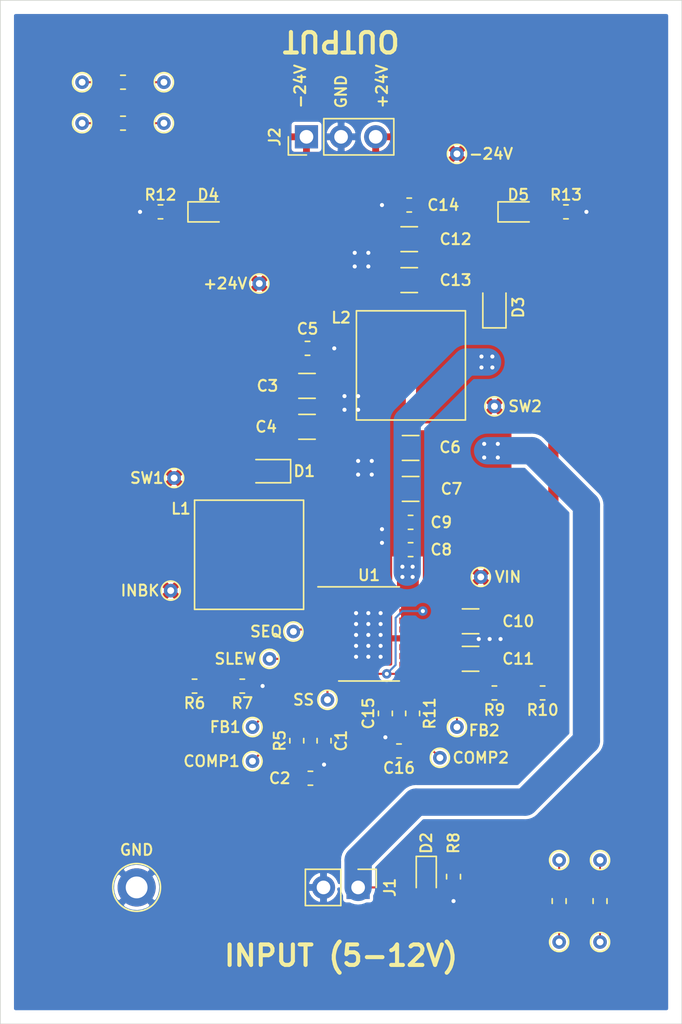
<source format=kicad_pcb>
(kicad_pcb (version 20171130) (host pcbnew 5.1.4)
  (title_block (title "+/-24V REGULATOR DEMO BOARD") (date 2019-11-05))
  (layers (0 F.Cu signal) (31 B.Cu signal) (35 F.Paste user) (37 F.SilkS user) (38 B.Mask user) (39 F.Mask user) (44 Edge.Cuts user))
  (net 0 "")
  (net 1 "Net-(C1-Pad1)")
  (net 2 GND)
  (net 3 "Net-(C2-Pad2)")
  (net 4 /+24V)
  (net 5 VBUS)
  (net 6 "Net-(C10-Pad1)")
  (net 7 "Net-(C11-Pad1)")
  (net 8 /-24V)
  (net 9 "Net-(C15-Pad1)")
  (net 10 "Net-(C16-Pad2)")
  (net 11 "Net-(D1-Pad2)")
  (net 12 "Net-(D2-Pad1)")
  (net 13 "Net-(D3-Pad1)")
  (net 14 "Net-(D4-Pad1)")
  (net 15 "Net-(D5-Pad2)")
  (net 16 "Net-(L1-Pad1)")
  (net 17 "Net-(R1-Pad1)")
  (net 18 "Net-(R1-Pad2)")
  (net 19 "Net-(R2-Pad1)")
  (net 20 "Net-(R2-Pad2)")
  (net 21 "Net-(R3-Pad2)")
  (net 22 "Net-(R3-Pad1)")
  (net 23 "Net-(R4-Pad1)")
  (net 24 "Net-(R4-Pad2)")
  (net 25 "Net-(R6-Pad2)")
  (net 26 "Net-(R10-Pad1)")
  (net 27 "Net-(TP18-Pad1)")
  (net 28 "Net-(TP19-Pad1)")
  (net 29 "Net-(TP20-Pad1)")
  (module Symbol:OSHW-Logo_5.7x6mm_Copper (layer F.Cu) (at 241 105 90)
    (fp_text reference REF** hide)
    (fp_text value OSHW-Logo_5.7x6mm_Copper hide)
    (fp_poly (pts (xy 0.376964 -2.709982) (xy 0.433812 -2.40843) (xy 0.853338 -2.235488) (xy 1.104984 -2.406605) (xy 1.175458 -2.45425) (xy 1.239163 -2.49679) (xy 1.293126 -2.532285) (xy 1.334373 -2.55879) (xy 1.359934 -2.574364) (xy 1.366895 -2.577722) (xy 1.379435 -2.569086) (xy 1.406231 -2.545208) (xy 1.44428 -2.509141) (xy 1.490579 -2.463933) (xy 1.542123 -2.412636) (xy 1.595909 -2.358299) (xy 1.648935 -2.303972) (xy 1.698195 -2.252705) (xy 1.740687 -2.207549) (xy 1.773407 -2.171554) (xy 1.793351 -2.14777) (xy 1.798119 -2.13981) (xy 1.791257 -2.125135) (xy 1.77202 -2.092986) (xy 1.74243 -2.046508) (xy 1.70451 -1.988844) (xy 1.660282 -1.92314) (xy 1.634654 -1.885664) (xy 1.587941 -1.817232) (xy 1.546432 -1.75548) (xy 1.51214 -1.703481) (xy 1.48708 -1.664308) (xy 1.473264 -1.641035) (xy 1.471188 -1.636145) (xy 1.475895 -1.622245) (xy 1.488723 -1.58985) (xy 1.507738 -1.543515) (xy 1.531003 -1.487794) (xy 1.556584 -1.427242) (xy 1.582545 -1.366414) (xy 1.60695 -1.309864) (xy 1.627863 -1.262148) (xy 1.643349 -1.227819) (xy 1.651472 -1.211432) (xy 1.651952 -1.210788) (xy 1.664707 -1.207659) (xy 1.698677 -1.200679) (xy 1.75034 -1.190533) (xy 1.816176 -1.177908) (xy 1.892664 -1.163491) (xy 1.93729 -1.155177) (xy 2.019021 -1.139616) (xy 2.092843 -1.124808) (xy 2.155021 -1.111564) (xy 2.201822 -1.100695) (xy 2.229509 -1.093011) (xy 2.235074 -1.090573) (xy 2.240526 -1.07407) (xy 2.244924 -1.0368) (xy 2.248272 -0.98312) (xy 2.250574 -0.917388) (xy 2.251832 -0.843963) (xy 2.252048 -0.767204) (xy 2.251227 -0.691468) (xy 2.249371 -0.621114) (xy 2.246482 -0.5605) (xy 2.242565 -0.513984) (xy 2.237622 -0.485925) (xy 2.234657 -0.480084) (xy 2.216934 -0.473083) (xy 2.179381 -0.463073) (xy 2.126964 -0.451231) (xy 2.064652 -0.438733) (xy 2.0429 -0.43469) (xy 1.938024 -0.41548) (xy 1.85518 -0.400009) (xy 1.79163 -0.387663) (xy 1.744637 -0.377827) (xy 1.711463 -0.369886) (xy 1.689371 -0.363224) (xy 1.675624 -0.357227) (xy 1.667484 -0.351281) (xy 1.666345 -0.350106) (xy 1.654977 -0.331174) (xy 1.637635 -0.294331) (xy 1.61605 -0.244087) (xy 1.591954 -0.184954) (xy 1.567079 -0.121444) (xy 1.543157 -0.058068) (xy 1.521919 0.000662) (xy 1.505097 0.050235) (xy 1.494422 0.086139) (xy 1.491627 0.103862) (xy 1.49186 0.104483) (xy 1.501331 0.11897) (xy 1.522818 0.150844) (xy 1.554063 0.196789) (xy 1.592807 0.253485) (xy 1.636793 0.317617) (xy 1.649319 0.335842) (xy 1.693984 0.401914) (xy 1.733288 0.4622) (xy 1.765088 0.513235) (xy 1.787245 0.55156) (xy 1.797617 0.573711) (xy 1.798119 0.576432) (xy 1.789405 0.590736) (xy 1.765325 0.619072) (xy 1.728976 0.658396) (xy 1.683453 0.705661) (xy 1.631852 0.757823) (xy 1.577267 0.811835) (xy 1.522794 0.864653) (xy 1.471529 0.913231) (xy 1.426567 0.954523) (xy 1.391004 0.985485) (xy 1.367935 1.00307) (xy 1.361554 1.005941) (xy 1.346699 0.999178) (xy 1.316286 0.980939) (xy 1.275268 0.954297) (xy 1.243709 0.932852) (xy 1.186525 0.893503) (xy 1.118806 0.847171) (xy 1.05088 0.800913) (xy 1.014361 0.776155) (xy 0.890752 0.692547) (xy 0.786991 0.74865) (xy 0.73972 0.773228) (xy 0.699523 0.792331) (xy 0.672326 0.803227) (xy 0.665402 0.804743) (xy 0.657077 0.793549) (xy 0.640654 0.761917) (xy 0.617357 0.712765) (xy 0.588414 0.64901) (xy 0.55505 0.573571) (xy 0.518491 0.489364) (xy 0.479964 0.399308) (xy 0.440694 0.306321) (xy 0.401908 0.21332) (xy 0.36483 0.123223) (xy 0.330689 0.038948) (xy 0.300708 -0.036587) (xy 0.276116 -0.100466) (xy 0.258136 -0.149769) (xy 0.247997 -0.181579) (xy 0.246366 -0.192504) (xy 0.259291 -0.206439) (xy 0.287589 -0.22906) (xy 0.325346 -0.255667) (xy 0.328515 -0.257772) (xy 0.4261 -0.335886) (xy 0.504786 -0.427018) (xy 0.563891 -0.528255) (xy 0.602732 -0.636682) (xy 0.620628 -0.749386) (xy 0.616897 -0.863452) (xy 0.590857 -0.975966) (xy 0.541825 -1.084015) (xy 0.5274 -1.107655) (xy 0.452369 -1.203113) (xy 0.36373 -1.279768) (xy 0.264549 -1.33722) (xy 0.157895 -1.375071) (xy 0.046836 -1.392922) (xy -0.065561 -1.390375) (xy -0.176227 -1.36703) (xy -0.282094 -1.32249) (xy -0.380095 -1.256355) (xy -0.41041 -1.229513) (xy -0.487562 -1.145488) (xy -0.543782 -1.057034) (xy -0.582347 -0.957885) (xy -0.603826 -0.859697) (xy -0.609128 -0.749303) (xy -0.591448 -0.63836) (xy -0.552581 -0.530619) (xy -0.494323 -0.429831) (xy -0.418469 -0.339744) (xy -0.326817 -0.264108) (xy -0.314772 -0.256136) (xy -0.276611 -0.230026) (xy -0.247601 -0.207405) (xy -0.233732 -0.192961) (xy -0.233531 -0.192504) (xy -0.236508 -0.176879) (xy -0.248311 -0.141418) (xy -0.267714 -0.089038) (xy -0.293488 -0.022655) (xy -0.324409 0.054814) (xy -0.359249 0.14045) (xy -0.396783 0.231337) (xy -0.435783 0.324559) (xy -0.475023 0.417197) (xy -0.513276 0.506335) (xy -0.549317 0.589055) (xy -0.581917 0.662441) (xy -0.609852 0.723575) (xy -0.631895 0.769541) (xy -0.646818 0.797421) (xy -0.652828 0.804743) (xy -0.671191 0.799041) (xy -0.705552 0.783749) (xy -0.749984 0.761599) (xy -0.774417 0.74865) (xy -0.878178 0.692547) (xy -1.001787 0.776155) (xy -1.064886 0.818987) (xy -1.13397 0.866122) (xy -1.198707 0.910503) (xy -1.231134 0.932852) (xy -1.276741 0.963477) (xy -1.31536 0.987747) (xy -1.341952 1.002587) (xy -1.35059 1.005724) (xy -1.363161 0.997261) (xy -1.390984 0.973636) (xy -1.431361 0.937302) (xy -1.481595 0.890711) (xy -1.538988 0.836317) (xy -1.575286 0.801392) (xy -1.63879 0.738996) (xy -1.693673 0.683188) (xy -1.737714 0.636354) (xy -1.768695 0.600882) (xy -1.784398 0.579161) (xy -1.785905 0.574752) (xy -1.778914 0.557985) (xy -1.759594 0.524082) (xy -1.730091 0.476476) (xy -1.692545 0.418599) (xy -1.6491 0.353884) (xy -1.636745 0.335842) (xy -1.591727 0.270267) (xy -1.55134 0.211228) (xy -1.51784 0.162042) (xy -1.493486 0.126028) (xy -1.480536 0.106502) (xy -1.479285 0.104483) (xy -1.481156 0.088922) (xy -1.491087 0.054709) (xy -1.507347 0.006355) (xy -1.528205 -0.051629) (xy -1.551927 -0.11473) (xy -1.576784 -0.178437) (xy -1.601042 -0.238239) (xy -1.622971 -0.289624) (xy -1.640838 -0.328081) (xy -1.652913 -0.349098) (xy -1.653771 -0.350106) (xy -1.661154 -0.356112) (xy -1.673625 -0.362052) (xy -1.69392 -0.36854) (xy -1.724778 -0.376191) (xy -1.768934 -0.38562) (xy -1.829126 -0.397441) (xy -1.908093 -0.412271) (xy -2.00857 -0.430723) (xy -2.030325 -0.43469) (xy -2.094802 -0.447147) (xy -2.151011 -0.459334) (xy -2.193987 -0.470074) (xy -2.21876 -0.478191) (xy -2.222082 -0.480084) (xy -2.227556 -0.496862) (xy -2.232006 -0.534355) (xy -2.235428 -0.588206) (xy -2.237819 -0.654056) (xy -2.239177 -0.727547) (xy -2.239499 -0.80432) (xy -2.238781 -0.880017) (xy -2.237021 -0.95028) (xy -2.234216 -1.01075) (xy -2.230362 -1.05707) (xy -2.225457 -1.084881) (xy -2.2225 -1.090573) (xy -2.206037 -1.096314) (xy -2.168551 -1.105655) (xy -2.113775 -1.117785) (xy -2.045445 -1.131893) (xy -1.967294 -1.14717) (xy -1.924716 -1.155177) (xy -1.843929 -1.170279) (xy -1.771887 -1.18396) (xy -1.712111 -1.195533) (xy -1.668121 -1.204313) (xy -1.643439 -1.209613) (xy -1.639377 -1.210788) (xy -1.632511 -1.224035) (xy -1.617998 -1.255943) (xy -1.597771 -1.301953) (xy -1.573766 -1.357508) (xy -1.547918 -1.418047) (xy -1.52216 -1.479014) (xy -1.498427 -1.535849) (xy -1.478654 -1.583994) (xy -1.464776 -1.61889) (xy -1.458726 -1.635979) (xy -1.458614 -1.636726) (xy -1.465472 -1.650207) (xy -1.484698 -1.68123) (xy -1.514272 -1.726711) (xy -1.552173 -1.783568) (xy -1.59638 -1.848717) (xy -1.622079 -1.886138) (xy -1.668907 -1.954753) (xy -1.710499 -2.017048) (xy -1.744825 -2.069871) (xy -1.769857 -2.110073) (xy -1.783565 -2.1345) (xy -1.785544 -2.139976) (xy -1.777034 -2.152722) (xy -1.753507 -2.179937) (xy -1.717968 -2.218572) (xy -1.673423 -2.265577) (xy -1.622877 -2.317905) (xy -1.569336 -2.372505) (xy -1.515805 -2.42633) (xy -1.465289 -2.47633) (xy -1.420794 -2.519457) (xy -1.385325 -2.552661) (xy -1.361887 -2.572894) (xy -1.354046 -2.577722) (xy -1.34128 -2.570933) (xy -1.310744 -2.551858) (xy -1.26541 -2.522439) (xy -1.208244 -2.484619) (xy -1.142216 -2.440339) (xy -1.09241 -2.406605) (xy -0.840764 -2.235488) (xy -0.631001 -2.321959) (xy -0.421237 -2.40843) (xy -0.364389 -2.709982) (xy -0.30754 -3.011534) (xy 0.320115 -3.011534) (xy 0.376964 -2.709982)) (layer F.Cu) (width 0.01))
    (fp_poly (pts (xy 1.79946 1.45803) (xy 1.842711 1.471245) (xy 1.870558 1.487941) (xy 1.879629 1.501145) (xy 1.877132 1.516797) (xy 1.860931 1.541385) (xy 1.847232 1.5588) (xy 1.818992 1.590283) (xy 1.797775 1.603529) (xy 1.779688 1.602664) (xy 1.726035 1.58901) (xy 1.68663 1.58963) (xy 1.654632 1.605104) (xy 1.64389 1.614161) (xy 1.609505 1.646027) (xy 1.609505 2.062179) (xy 1.471188 2.062179) (xy 1.471188 1.458614) (xy 1.540347 1.458614) (xy 1.581869 1.460256) (xy 1.603291 1.466087) (xy 1.609502 1.477461) (xy 1.609505 1.477798) (xy 1.612439 1.489713) (xy 1.625704 1.488159) (xy 1.644084 1.479563) (xy 1.682046 1.463568) (xy 1.712872 1.453945) (xy 1.752536 1.451478) (xy 1.79946 1.45803)) (layer F.Cu) (width 0.01))
    (fp_poly (pts (xy -0.754012 1.469002) (xy -0.722717 1.48395) (xy -0.692409 1.505541) (xy -0.669318 1.530391) (xy -0.6525 1.562087) (xy -0.641006 1.604214) (xy -0.633891 1.660358) (xy -0.630207 1.734106) (xy -0.629008 1.829044) (xy -0.628989 1.838985) (xy -0.628713 2.062179) (xy -0.76703 2.062179) (xy -0.76703 1.856418) (xy -0.767128 1.780189) (xy -0.767809 1.724939) (xy -0.769651 1.686501) (xy -0.773233 1.660706) (xy -0.779132 1.643384) (xy -0.787927 1.630368) (xy -0.80018 1.617507) (xy -0.843047 1.589873) (xy -0.889843 1.584745) (xy -0.934424 1.602217) (xy -0.949928 1.615221) (xy -0.96131 1.627447) (xy -0.969481 1.64054) (xy -0.974974 1.658615) (xy -0.97832 1.685787) (xy -0.980051 1.72617) (xy -0.980697 1.783879) (xy -0.980792 1.854132) (xy -0.980792 2.062179) (xy -1.119109 2.062179) (xy -1.119109 1.458614) (xy -1.04995 1.458614) (xy -1.008428 1.460256) (xy -0.987006 1.466087) (xy -0.980795 1.477461) (xy -0.980792 1.477798) (xy -0.97791 1.488938) (xy -0.965199 1.487674) (xy -0.939926 1.475434) (xy -0.882605 1.457424) (xy -0.817037 1.455421) (xy -0.754012 1.469002)) (layer F.Cu) (width 0.01))
    (fp_poly (pts (xy 2.677898 1.456457) (xy 2.710096 1.464279) (xy 2.771825 1.492921) (xy 2.82461 1.536667) (xy 2.861141 1.589117) (xy 2.86616 1.600893) (xy 2.873045 1.63174) (xy 2.877864 1.677371) (xy 2.879505 1.723492) (xy 2.879505 1.810693) (xy 2.697178 1.810693) (xy 2.621979 1.810978) (xy 2.569003 1.812704) (xy 2.535325 1.817181) (xy 2.51802 1.82572) (xy 2.514163 1.83963) (xy 2.520829 1.860222) (xy 2.53277 1.884315) (xy 2.56608 1.924525) (xy 2.612368 1.944558) (xy 2.668944 1.943905) (xy 2.733031 1.922101) (xy 2.788417 1.895193) (xy 2.834375 1.931532) (xy 2.880333 1.967872) (xy 2.837096 2.007819) (xy 2.779374 2.045563) (xy 2.708386 2.06832) (xy 2.632029 2.074688) (xy 2.558199 2.063268) (xy 2.546287 2.059393) (xy 2.481399 2.025506) (xy 2.43313 1.974986) (xy 2.400465 1.906325) (xy 2.382385 1.818014) (xy 2.382175 1.816121) (xy 2.380556 1.719878) (xy 2.3871 1.685542) (xy 2.514852 1.685542) (xy 2.526584 1.690822) (xy 2.558438 1.694867) (xy 2.605397 1.697176) (xy 2.635154 1.697525) (xy 2.690648 1.697306) (xy 2.725346 1.695916) (xy 2.743601 1.692251) (xy 2.749766 1.68521) (xy 2.748195 1.67369) (xy 2.746878 1.669233) (xy 2.724382 1.627355) (xy 2.689003 1.593604) (xy 2.65778 1.578773) (xy 2.616301 1.579668) (xy 2.574269 1.598164) (xy 2.539012 1.628786) (xy 2.517854 1.666062) (xy 2.514852 1.685542) (xy 2.3871 1.685542) (xy 2.39669 1.635229) (xy 2.428698 1.564191) (xy 2.474701 1.508779) (xy 2.532821 1.471009) (xy 2.60118 1.452896) (xy 2.677898 1.456457)) (layer F.Cu) (width 0.01))
    (fp_poly (pts (xy 2.217226 1.46388) (xy 2.29008 1.49483) (xy 2.313027 1.509895) (xy 2.342354 1.533048) (xy 2.360764 1.551253) (xy 2.363961 1.557183) (xy 2.354935 1.57034) (xy 2.331837 1.592667) (xy 2.313344 1.60825) (xy 2.262728 1.648926) (xy 2.22276 1.615295) (xy 2.191874 1.593584) (xy 2.161759 1.58609) (xy 2.127292 1.58792) (xy 2.072561 1.601528) (xy 2.034886 1.629772) (xy 2.011991 1.675433) (xy 2.001597 1.741289) (xy 2.001595 1.741331) (xy 2.002494 1.814939) (xy 2.016463 1.868946) (xy 2.044328 1.905716) (xy 2.063325 1.918168) (xy 2.113776 1.933673) (xy 2.167663 1.933683) (xy 2.214546 1.918638) (xy 2.225644 1.911287) (xy 2.253476 1.892511) (xy 2.275236 1.889434) (xy 2.298704 1.903409) (xy 2.324649 1.92851) (xy 2.365716 1.97088) (xy 2.320121 2.008464) (xy 2.249674 2.050882) (xy 2.170233 2.071785) (xy 2.087215 2.070272) (xy 2.032694 2.056411) (xy 1.96897 2.022135) (xy 1.918005 1.968212) (xy 1.894851 1.930149) (xy 1.876099 1.875536) (xy 1.866715 1.806369) (xy 1.866643 1.731407) (xy 1.875824 1.659409) (xy 1.894199 1.599137) (xy 1.897093 1.592958) (xy 1.939952 1.532351) (xy 1.997979 1.488224) (xy 2.066591 1.461493) (xy 2.141201 1.453073) (xy 2.217226 1.46388)) (layer F.Cu) (width 0.01))
    (fp_poly (pts (xy 0.993367 1.654342) (xy 0.994555 1.746563) (xy 0.998897 1.81661) (xy 1.007558 1.867381) (xy 1.021704 1.901772) (xy 1.0425 1.922679) (xy 1.07111 1.933) (xy 1.106535 1.935636) (xy 1.143636 1.932682) (xy 1.171818 1.921889) (xy 1.192243 1.90036) (xy 1.206079 1.865199) (xy 1.214491 1.81351) (xy 1.218643 1.742394) (xy 1.219703 1.654342) (xy 1.219703 1.458614) (xy 1.35802 1.458614) (xy 1.35802 2.062179) (xy 1.288862 2.062179) (xy 1.24717 2.060489) (xy 1.225701 2.054556) (xy 1.219703 2.043293) (xy 1.216091 2.033261) (xy 1.201714 2.035383) (xy 1.172736 2.04958) (xy 1.106319 2.07148) (xy 1.035875 2.069928) (xy 0.968377 2.046147) (xy 0.936233 2.027362) (xy 0.911715 2.007022) (xy 0.893804 1.981573) (xy 0.881479 1.947458) (xy 0.873723 1.901121) (xy 0.869516 1.839007) (xy 0.86784 1.757561) (xy 0.867624 1.694578) (xy 0.867624 1.458614) (xy 0.993367 1.458614) (xy 0.993367 1.654342)) (layer F.Cu) (width 0.01))
    (fp_poly (pts (xy 0.610762 1.466055) (xy 0.674363 1.500692) (xy 0.724123 1.555372) (xy 0.747568 1.599842) (xy 0.757634 1.639121) (xy 0.764156 1.695116) (xy 0.766951 1.759621) (xy 0.765836 1.824429) (xy 0.760626 1.881334) (xy 0.754541 1.911727) (xy 0.734014 1.953306) (xy 0.698463 1.997468) (xy 0.655619 2.036087) (xy 0.613211 2.061034) (xy 0.612177 2.06143) (xy 0.559553 2.072331) (xy 0.497188 2.072601) (xy 0.437924 2.062676) (xy 0.41504 2.054722) (xy 0.356102 2.0213) (xy 0.31389 1.977511) (xy 0.286156 1.919538) (xy 0.270651 1.843565) (xy 0.267143 1.803771) (xy 0.26759 1.753766) (xy 0.402376 1.753766) (xy 0.406917 1.826732) (xy 0.419986 1.882334) (xy 0.440756 1.917861) (xy 0.455552 1.92802) (xy 0.493464 1.935104) (xy 0.538527 1.933007) (xy 0.577487 1.922812) (xy 0.587704 1.917204) (xy 0.614659 1.884538) (xy 0.632451 1.834545) (xy 0.640024 1.773705) (xy 0.636325 1.708497) (xy 0.628057 1.669253) (xy 0.60432 1.623805) (xy 0.566849 1.595396) (xy 0.52172 1.585573) (xy 0.475011 1.595887) (xy 0.439132 1.621112) (xy 0.420277 1.641925) (xy 0.409272 1.662439) (xy 0.404026 1.690203) (xy 0.402449 1.732762) (xy 0.402376 1.753766) (xy 0.26759 1.753766) (xy 0.268094 1.69758) (xy 0.285388 1.610501) (xy 0.319029 1.54253) (xy 0.369018 1.493664) (xy 0.435356 1.463899) (xy 0.449601 1.460448) (xy 0.53521 1.452345) (xy 0.610762 1.466055)) (layer F.Cu) (width 0.01))
    (fp_poly (pts (xy 0.014017 1.456452) (xy 0.061634 1.465482) (xy 0.111034 1.48437) (xy 0.116312 1.486777) (xy 0.153774 1.506476) (xy 0.179717 1.524781) (xy 0.188103 1.536508) (xy 0.180117 1.555632) (xy 0.16072 1.58385) (xy 0.15211 1.594384) (xy 0.116628 1.635847) (xy 0.070885 1.608858) (xy 0.02735 1.590878) (xy -0.02295 1.581267) (xy -0.071188 1.58066) (xy -0.108533 1.589691) (xy -0.117495 1.595327) (xy -0.134563 1.621171) (xy -0.136637 1.650941) (xy -0.123866 1.674197) (xy -0.116312 1.678708) (xy -0.093675 1.684309) (xy -0.053885 1.690892) (xy -0.004834 1.697183) (xy 0.004215 1.69817) (xy 0.082996 1.711798) (xy 0.140136 1.734946) (xy 0.17803 1.769752) (xy 0.199079 1.818354) (xy 0.205635 1.877718) (xy 0.196577 1.945198) (xy 0.167164 1.998188) (xy 0.117278 2.036783) (xy 0.0468 2.061081) (xy -0.031435 2.070667) (xy -0.095234 2.070552) (xy -0.146984 2.061845) (xy -0.182327 2.049825) (xy -0.226983 2.02888) (xy -0.268253 2.004574) (xy -0.282921 1.993876) (xy -0.320643 1.963084) (xy -0.275148 1.917049) (xy -0.229653 1.871013) (xy -0.177928 1.905243) (xy -0.126048 1.930952) (xy -0.070649 1.944399) (xy -0.017395 1.945818) (xy 0.028049 1.935443) (xy 0.060016 1.913507) (xy 0.070338 1.894998) (xy 0.068789 1.865314) (xy 0.04314 1.842615) (xy -0.00654 1.82694) (xy -0.060969 1.819695) (xy -0.144736 1.805873) (xy -0.206967 1.779796) (xy -0.248493 1.740699) (xy -0.270147 1.68782) (xy -0.273147 1.625126) (xy -0.258329 1.559642) (xy -0.224546 1.510144) (xy -0.171495 1.476408) (xy -0.098874 1.458207) (xy -0.045072 1.454639) (xy 0.014017 1.456452)) (layer F.Cu) (width 0.01))
    (fp_poly (pts (xy -1.356699 1.472614) (xy -1.344168 1.478514) (xy -1.300799 1.510283) (xy -1.25979 1.556646) (xy -1.229168 1.607696) (xy -1.220459 1.631166) (xy -1.212512 1.673091) (xy -1.207774 1.723757) (xy -1.207199 1.744679) (xy -1.207129 1.810693) (xy -1.587083 1.810693) (xy -1.578983 1.845273) (xy -1.559104 1.88617) (xy -1.524347 1.921514) (xy -1.482998 1.944282) (xy -1.456649 1.94901) (xy -1.420916 1.943273) (xy -1.378282 1.928882) (xy -1.363799 1.922262) (xy -1.31024 1.895513) (xy -1.264533 1.930376) (xy -1.238158 1.953955) (xy -1.224124 1.973417) (xy -1.223414 1.979129) (xy -1.235951 1.992973) (xy -1.263428 2.014012) (xy -1.288366 2.030425) (xy -1.355664 2.05993) (xy -1.43111 2.073284) (xy -1.505888 2.069812) (xy -1.565495 2.051663) (xy -1.626941 2.012784) (xy -1.670608 1.961595) (xy -1.697926 1.895367) (xy -1.710322 1.811371) (xy -1.711421 1.772936) (xy -1.707022 1.684861) (xy -1.706482 1.682299) (xy -1.580582 1.682299) (xy -1.577115 1.690558) (xy -1.562863 1.695113) (xy -1.53347 1.697065) (xy -1.484575 1.697517) (xy -1.465748 1.697525) (xy -1.408467 1.696843) (xy -1.372141 1.694364) (xy -1.352604 1.689443) (xy -1.34569 1.681434) (xy -1.345445 1.678862) (xy -1.353336 1.658423) (xy -1.373085 1.629789) (xy -1.381575 1.619763) (xy -1.413094 1.591408) (xy -1.445949 1.580259) (xy -1.463651 1.579327) (xy -1.511539 1.590981) (xy -1.551699 1.622285) (xy -1.577173 1.667752) (xy -1.577625 1.669233) (xy -1.580582 1.682299) (xy -1.706482 1.682299) (xy -1.692392 1.61551) (xy -1.666038 1.560025) (xy -1.633807 1.520639) (xy -1.574217 1.477931) (xy -1.504168 1.455109) (xy -1.429661 1.453046) (xy -1.356699 1.472614)) (layer F.Cu) (width 0.01))
    (fp_poly (pts (xy -2.538261 1.465148) (xy -2.472479 1.494231) (xy -2.42254 1.542793) (xy -2.388374 1.610908) (xy -2.369907 1.698651) (xy -2.368583 1.712351) (xy -2.367546 1.808939) (xy -2.380993 1.893602) (xy -2.408108 1.962221) (xy -2.422627 1.984294) (xy -2.473201 2.031011) (xy -2.537609 2.061268) (xy -2.609666 2.073824) (xy -2.683185 2.067439) (xy -2.739072 2.047772) (xy -2.787132 2.014629) (xy -2.826412 1.971175) (xy -2.827092 1.970158) (xy -2.843044 1.943338) (xy -2.85341 1.916368) (xy -2.859688 1.882332) (xy -2.863373 1.83431) (xy -2.864997 1.794931) (xy -2.865672 1.759219) (xy -2.739955 1.759219) (xy -2.738726 1.79477) (xy -2.734266 1.842094) (xy -2.726397 1.872465) (xy -2.712207 1.894072) (xy -2.698917 1.906694) (xy -2.651802 1.933122) (xy -2.602505 1.936653) (xy -2.556593 1.917639) (xy -2.533638 1.896331) (xy -2.517096 1.874859) (xy -2.507421 1.854313) (xy -2.503174 1.827574) (xy -2.50292 1.787523) (xy -2.504228 1.750638) (xy -2.507043 1.697947) (xy -2.511505 1.663772) (xy -2.519548 1.64148) (xy -2.533103 1.624442) (xy -2.543845 1.614703) (xy -2.588777 1.589123) (xy -2.637249 1.587847) (xy -2.677894 1.602999) (xy -2.712567 1.634642) (xy -2.733224 1.68662) (xy -2.739955 1.759219) (xy -2.865672 1.759219) (xy -2.866479 1.716621) (xy -2.863948 1.658056) (xy -2.856362 1.614007) (xy -2.842681 1.579248) (xy -2.821865 1.548551) (xy -2.814147 1.539436) (xy -2.765889 1.494021) (xy -2.714128 1.467493) (xy -2.650828 1.456379) (xy -2.619961 1.455471) (xy -2.538261 1.465148)) (layer F.Cu) (width 0.01))
    (fp_poly (pts (xy 2.032581 2.40497) (xy 2.092685 2.420597) (xy 2.143021 2.452848) (xy 2.167393 2.47694) (xy 2.207345 2.533895) (xy 2.230242 2.599965) (xy 2.238108 2.681182) (xy 2.238148 2.687748) (xy 2.238218 2.753763) (xy 1.858264 2.753763) (xy 1.866363 2.788342) (xy 1.880987 2.819659) (xy 1.906581 2.852291) (xy 1.911935 2.8575) (xy 1.957943 2.885694) (xy 2.01041 2.890475) (xy 2.070803 2.871926) (xy 2.08104 2.866931) (xy 2.112439 2.851745) (xy 2.13347 2.843094) (xy 2.137139 2.842293) (xy 2.149948 2.850063) (xy 2.174378 2.869072) (xy 2.186779 2.87946) (xy 2.212476 2.903321) (xy 2.220915 2.919077) (xy 2.215058 2.933571) (xy 2.211928 2.937534) (xy 2.190725 2.954879) (xy 2.155738 2.975959) (xy 2.131337 2.988265) (xy 2.062072 3.009946) (xy 1.985388 3.016971) (xy 1.912765 3.008647) (xy 1.892426 3.002686) (xy 1.829476 2.968952) (xy 1.782815 2.917045) (xy 1.752173 2.846459) (xy 1.737282 2.756692) (xy 1.735647 2.709753) (xy 1.740421 2.641413) (xy 1.86099 2.641413) (xy 1.872652 2.646465) (xy 1.903998 2.650429) (xy 1.949571 2.652768) (xy 1.980446 2.653169) (xy 2.035981 2.652783) (xy 2.071033 2.650975) (xy 2.090262 2.646773) (xy 2.09833 2.639203) (xy 2.099901 2.628218) (xy 2.089121 2.594381) (xy 2.06198 2.56094) (xy 2.026277 2.535272) (xy 1.99056 2.524772) (xy 1.942048 2.534086) (xy 1.900053 2.561013) (xy 1.870936 2.599827) (xy 1.86099 2.641413) (xy 1.740421 2.641413) (xy 1.742599 2.610236) (xy 1.764055 2.530949) (xy 1.80047 2.471263) (xy 1.852297 2.430549) (xy 1.91999 2.408179) (xy 1.956662 2.403871) (xy 2.032581 2.40497)) (layer F.Cu) (width 0.01))
    (fp_poly (pts (xy 1.635255 2.401486) (xy 1.683595 2.411015) (xy 1.711114 2.425125) (xy 1.740064 2.448568) (xy 1.698876 2.500571) (xy 1.673482 2.532064) (xy 1.656238 2.547428) (xy 1.639102 2.549776) (xy 1.614027 2.542217) (xy 1.602257 2.537941) (xy 1.55427 2.531631) (xy 1.510324 2.545156) (xy 1.47806 2.57571) (xy 1.472819 2.585452) (xy 1.467112 2.611258) (xy 1.462706 2.658817) (xy 1.459811 2.724758) (xy 1.458631 2.80571) (xy 1.458614 2.817226) (xy 1.458614 3.017822) (xy 1.320297 3.017822) (xy 1.320297 2.401683) (xy 1.389456 2.401683) (xy 1.429333 2.402725) (xy 1.450107 2.407358) (xy 1.457789 2.417849) (xy 1.458614 2.427745) (xy 1.458614 2.453806) (xy 1.491745 2.427745) (xy 1.529735 2.409965) (xy 1.58077 2.401174) (xy 1.635255 2.401486)) (layer F.Cu) (width 0.01))
    (fp_poly (pts (xy 1.038411 2.405417) (xy 1.091411 2.41829) (xy 1.106731 2.42511) (xy 1.136428 2.442974) (xy 1.15922 2.463093) (xy 1.176083 2.488962) (xy 1.187998 2.524073) (xy 1.195942 2.57192) (xy 1.200894 2.635996) (xy 1.203831 2.719794) (xy 1.204947 2.775768) (xy 1.209052 3.017822) (xy 1.138932 3.017822) (xy 1.096393 3.016038) (xy 1.074476 3.009942) (xy 1.068812 2.999706) (xy 1.065821 2.988637) (xy 1.052451 2.990754) (xy 1.034233 2.999629) (xy 0.988624 3.013233) (xy 0.930007 3.016899) (xy 0.868354 3.010903) (xy 0.813638 2.995521) (xy 0.80873 2.993386) (xy 0.758723 2.958255) (xy 0.725756 2.909419) (xy 0.710587 2.852333) (xy 0.711746 2.831824) (xy 0.835508 2.831824) (xy 0.846413 2.859425) (xy 0.878745 2.879204) (xy 0.93091 2.889819) (xy 0.958787 2.891228) (xy 1.005247 2.88762) (xy 1.036129 2.873597) (xy 1.043664 2.866931) (xy 1.064076 2.830666) (xy 1.068812 2.797773) (xy 1.068812 2.753763) (xy 1.007513 2.753763) (xy 0.936256 2.757395) (xy 0.886276 2.768818) (xy 0.854696 2.788824) (xy 0.847626 2.797743) (xy 0.835508 2.831824) (xy 0.711746 2.831824) (xy 0.713971 2.792456) (xy 0.736663 2.735244) (xy 0.767624 2.69658) (xy 0.786376 2.679864) (xy 0.804733 2.668878) (xy 0.828619 2.66218) (xy 0.863957 2.658326) (xy 0.916669 2.655873) (xy 0.937577 2.655168) (xy 1.068812 2.650879) (xy 1.06862 2.611158) (xy 1.063537 2.569405) (xy 1.045162 2.544158) (xy 1.008039 2.52803) (xy 1.007043 2.527742) (xy 0.95441 2.5214) (xy 0.902906 2.529684) (xy 0.86463 2.549827) (xy 0.849272 2.559773) (xy 0.83273 2.558397) (xy 0.807275 2.543987) (xy 0.792328 2.533817) (xy 0.763091 2.512088) (xy 0.74498 2.4958) (xy 0.742074 2.491137) (xy 0.75404 2.467005) (xy 0.789396 2.438185) (xy 0.804753 2.428461) (xy 0.848901 2.411714) (xy 0.908398 2.402227) (xy 0.974487 2.400095) (xy 1.038411 2.405417)) (layer F.Cu) (width 0.01))
    (fp_poly (pts (xy 0.281524 2.404237) (xy 0.331255 2.407971) (xy 0.461291 2.797773) (xy 0.481678 2.728614) (xy 0.493946 2.685874) (xy 0.510085 2.628115) (xy 0.527512 2.564625) (xy 0.536726 2.53057) (xy 0.571388 2.401683) (xy 0.714391 2.401683) (xy 0.671646 2.536857) (xy 0.650596 2.603342) (xy 0.625167 2.683539) (xy 0.59861 2.767193) (xy 0.574902 2.841782) (xy 0.520902 3.011535) (xy 0.462598 3.015328) (xy 0.404295 3.019122) (xy 0.372679 2.914734) (xy 0.353182 2.849889) (xy 0.331904 2.7784) (xy 0.313308 2.715263) (xy 0.312574 2.71275) (xy 0.298684 2.669969) (xy 0.286429 2.640779) (xy 0.277846 2.629741) (xy 0.276082 2.631018) (xy 0.269891 2.64813) (xy 0.258128 2.684787) (xy 0.242225 2.736378) (xy 0.223614 2.798294) (xy 0.213543 2.832352) (xy 0.159007 3.017822) (xy 0.043264 3.017822) (xy -0.049263 2.725471) (xy -0.075256 2.643462) (xy -0.098934 2.568987) (xy -0.11918 2.505544) (xy -0.134874 2.456632) (xy -0.144898 2.425749) (xy -0.147945 2.416726) (xy -0.145533 2.407487) (xy -0.126592 2.403441) (xy -0.087177 2.403846) (xy -0.081007 2.404152) (xy -0.007914 2.407971) (xy 0.039957 2.58401) (xy 0.057553 2.648211) (xy 0.073277 2.704649) (xy 0.085746 2.748422) (xy 0.093574 2.77463) (xy 0.09502 2.778903) (xy 0.101014 2.77399) (xy 0.113101 2.748532) (xy 0.129893 2.705997) (xy 0.150003 2.64985) (xy 0.167003 2.59913) (xy 0.231794 2.400504) (xy 0.281524 2.404237)) (layer F.Cu) (width 0.01))
    (fp_poly (pts (xy -0.201188 3.017822) (xy -0.270346 3.017822) (xy -0.310488 3.016645) (xy -0.331394 3.011772) (xy -0.338922 3.001186) (xy -0.339505 2.994029) (xy -0.340774 2.979676) (xy -0.348779 2.976923) (xy -0.369815 2.985771) (xy -0.386173 2.994029) (xy -0.448977 3.013597) (xy -0.517248 3.014729) (xy -0.572752 3.000135) (xy -0.624438 2.964877) (xy -0.663838 2.912835) (xy -0.685413 2.85145) (xy -0.685962 2.848018) (xy -0.689167 2.810571) (xy -0.690761 2.756813) (xy -0.690633 2.716155) (xy -0.553279 2.716155) (xy -0.550097 2.770194) (xy -0.542859 2.814735) (xy -0.53306 2.839888) (xy -0.495989 2.87426) (xy -0.451974 2.886582) (xy -0.406584 2.876618) (xy -0.367797 2.846895) (xy -0.353108 2.826905) (xy -0.344519 2.80305) (xy -0.340496 2.76823) (xy -0.339505 2.71593) (xy -0.341278 2.664139) (xy -0.345963 2.618634) (xy -0.352603 2.588181) (xy -0.35371 2.585452) (xy -0.380491 2.553) (xy -0.419579 2.535183) (xy -0.463315 2.532306) (xy -0.504038 2.544674) (xy -0.534087 2.572593) (xy -0.537204 2.578148) (xy -0.546961 2.612022) (xy -0.552277 2.660728) (xy -0.553279 2.716155) (xy -0.690633 2.716155) (xy -0.690568 2.69554) (xy -0.689664 2.662563) (xy -0.683514 2.580981) (xy -0.670733 2.51973) (xy -0.649471 2.474449) (xy -0.617878 2.440779) (xy -0.587207 2.421014) (xy -0.544354 2.40712) (xy -0.491056 2.402354) (xy -0.43648 2.406236) (xy -0.389792 2.418282) (xy -0.365124 2.432693) (xy -0.339505 2.455878) (xy -0.339505 2.162773) (xy -0.201188 2.162773) (xy -0.201188 3.017822)) (layer F.Cu) (width 0.01))
    (fp_poly (pts (xy -0.993356 2.40302) (xy -0.974539 2.40866) (xy -0.968473 2.421053) (xy -0.968218 2.426647) (xy -0.967129 2.44223) (xy -0.959632 2.444676) (xy -0.939381 2.433993) (xy -0.927351 2.426694) (xy -0.8894 2.411063) (xy -0.844072 2.403334) (xy -0.796544 2.40274) (xy -0.751995 2.408513) (xy -0.715602 2.419884) (xy -0.692543 2.436088) (xy -0.687996 2.456355) (xy -0.690291 2.461843) (xy -0.70702 2.484626) (xy -0.732963 2.512647) (xy -0.737655 2.517177) (xy -0.762383 2.538005) (xy -0.783718 2.544735) (xy -0.813555 2.540038) (xy -0.825508 2.536917) (xy -0.862705 2.529421) (xy -0.888859 2.532792) (xy -0.910946 2.544681) (xy -0.931178 2.560635) (xy -0.946079 2.5807) (xy -0.956434 2.608702) (xy -0.963029 2.648467) (xy -0.966649 2.703823) (xy -0.968078 2.778594) (xy -0.968218 2.82374) (xy -0.968218 3.017822) (xy -1.09396 3.017822) (xy -1.09396 2.401683) (xy -1.031089 2.401683) (xy -0.993356 2.40302)) (layer F.Cu) (width 0.01))
    (fp_poly (pts (xy -1.38421 2.406555) (xy -1.325055 2.422339) (xy -1.280023 2.450948) (xy -1.248246 2.488419) (xy -1.238366 2.504411) (xy -1.231073 2.521163) (xy -1.225974 2.542592) (xy -1.222679 2.572616) (xy -1.220797 2.615154) (xy -1.219937 2.674122) (xy -1.219707 2.75344) (xy -1.219703 2.774484) (xy -1.219703 3.017822) (xy -1.280059 3.017822) (xy -1.318557 3.015126) (xy -1.347023 3.008295) (xy -1.354155 3.004083) (xy -1.373652 2.996813) (xy -1.393566 3.004083) (xy -1.426353 3.01316) (xy -1.473978 3.016813) (xy -1.526764 3.015228) (xy -1.575036 3.008589) (xy -1.603218 3.000072) (xy -1.657753 2.965063) (xy -1.691835 2.916479) (xy -1.707157 2.851882) (xy -1.707299 2.850223) (xy -1.705955 2.821566) (xy -1.584356 2.821566) (xy -1.573726 2.854161) (xy -1.55641 2.872505) (xy -1.521652 2.886379) (xy -1.475773 2.891917) (xy -1.428988 2.889191) (xy -1.391514 2.878274) (xy -1.381015 2.871269) (xy -1.362668 2.838904) (xy -1.35802 2.802111) (xy -1.35802 2.753763) (xy -1.427582 2.753763) (xy -1.493667 2.75885) (xy -1.543764 2.773263) (xy -1.574929 2.795729) (xy -1.584356 2.821566) (xy -1.705955 2.821566) (xy -1.703987 2.779647) (xy -1.68071 2.723845) (xy -1.636948 2.681647) (xy -1.630899 2.677808) (xy -1.604907 2.665309) (xy -1.572735 2.65774) (xy -1.52776 2.654061) (xy -1.474331 2.653216) (xy -1.35802 2.653169) (xy -1.35802 2.604411) (xy -1.362953 2.566581) (xy -1.375543 2.541236) (xy -1.377017 2.539887) (xy -1.405034 2.5288) (xy -1.447326 2.524503) (xy -1.494064 2.526615) (xy -1.535418 2.534756) (xy -1.559957 2.546965) (xy -1.573253 2.556746) (xy -1.587294 2.558613) (xy -1.606671 2.5506) (xy -1.635976 2.530739) (xy -1.679803 2.497063) (xy -1.683825 2.493909) (xy -1.681764 2.482236) (xy -1.664568 2.462822) (xy -1.638433 2.441248) (xy -1.609552 2.423096) (xy -1.600478 2.418809) (xy -1.56738 2.410256) (xy -1.51888 2.404155) (xy -1.464695 2.401708) (xy -1.462161 2.401703) (xy -1.38421 2.406555)) (layer F.Cu) (width 0.01))
    (fp_poly (pts (xy -1.908759 1.469184) (xy -1.882247 1.482282) (xy -1.849553 1.505106) (xy -1.825725 1.529996) (xy -1.809406 1.561249) (xy -1.79924 1.603166) (xy -1.793872 1.660044) (xy -1.791944 1.736184) (xy -1.791831 1.768917) (xy -1.792161 1.840656) (xy -1.793527 1.891927) (xy -1.7965 1.927404) (xy -1.801649 1.951763) (xy -1.809543 1.96968) (xy -1.817757 1.981902) (xy -1.870187 2.033905) (xy -1.93193 2.065184) (xy -1.998536 2.074592) (xy -2.065558 2.06098) (xy -2.086792 2.051354) (xy -2.137624 2.024859) (xy -2.137624 2.440052) (xy -2.100525 2.420868) (xy -2.051643 2.406025) (xy -1.991561 2.402222) (xy -1.931564 2.409243) (xy -1.886256 2.425013) (xy -1.848675 2.455047) (xy -1.816564 2.498024) (xy -1.81415 2.502436) (xy -1.803967 2.523221) (xy -1.79653 2.54417) (xy -1.791411 2.569548) (xy -1.788181 2.603618) (xy -1.786413 2.650641) (xy -1.785677 2.714882) (xy -1.785544 2.787176) (xy -1.785544 3.017822) (xy -1.923861 3.017822) (xy -1.923861 2.592533) (xy -1.962549 2.559979) (xy -2.002738 2.53394) (xy -2.040797 2.529205) (xy -2.079066 2.541389) (xy -2.099462 2.55332) (xy -2.114642 2.570313) (xy -2.125438 2.595995) (xy -2.132683 2.633991) (xy -2.137208 2.687926) (xy -2.139844 2.761425) (xy -2.140772 2.810347) (xy -2.143911 3.011535) (xy -2.209926 3.015336) (xy -2.27594 3.019136) (xy -2.27594 1.77065) (xy -2.137624 1.77065) (xy -2.134097 1.840254) (xy -2.122215 1.888569) (xy -2.10002 1.918631) (xy -2.065559 1.933471) (xy -2.030742 1.936436) (xy -1.991329 1.933028) (xy -1.965171 1.919617) (xy -1.948814 1.901896) (xy -1.935937 1.882835) (xy -1.928272 1.861601) (xy -1.924861 1.831849) (xy -1.924749 1.787236) (xy -1.925897 1.74988) (xy -1.928532 1.693604) (xy -1.932456 1.656658) (xy -1.939063 1.633223) (xy -1.949749 1.61748) (xy -1.959833 1.60838) (xy -2.00197 1.588537) (xy -2.05184 1.585332) (xy -2.080476 1.592168) (xy -2.108828 1.616464) (xy -2.127609 1.663728) (xy -2.136712 1.733624) (xy -2.137624 1.77065) (xy -2.27594 1.77065) (xy -2.27594 1.458614) (xy -2.206782 1.458614) (xy -2.16526 1.460256) (xy -2.143838 1.466087) (xy -2.137626 1.477461) (xy -2.137624 1.477798) (xy -2.134742 1.488938) (xy -2.12203 1.487673) (xy -2.096757 1.475433) (xy -2.037869 1.456707) (xy -1.971615 1.454739) (xy -1.908759 1.469184)) (layer F.Cu) (width 0.01))
  )
  (module io_master:OSHW-Logo_5.7x6mm_Mask (layer F.Cu) (at 241 105 90)
    (fp_text reference REF** hide)
    (fp_text value OSHW-Logo_5.7x6mm_Mask hide)
  )
  (module Capacitor_SMD:C_0603_1608Metric (layer F.Cu) (at 223.75 154.25 270)
    (fp_text reference C1 (at 0 -1.25 90) (layer F.SilkS) (effects (font (size 0.8 0.8))))
    (fp_text value C hide)
    (pad 1 smd roundrect (at -0.7875 0 270) (size 0.875 0.95) (layers F.Cu F.Paste F.Mask) (net 1 "Net-(C1-Pad1)"))
    (pad 2 smd roundrect (at 0.7875 0 270) (size 0.875 0.95) (layers F.Cu F.Paste F.Mask) (net 2 GND))
  )
  (module Capacitor_SMD:C_0603_1608Metric (layer F.Cu) (at 222.75 157 180)
    (fp_text reference C2 (at 2.25 0) (layer F.SilkS) (effects (font (size 0.8 0.8))))
    (fp_text value 270p)
    (pad 2 smd roundrect (at 0.7875 0 180) (size 0.875 0.95) (layers F.Cu F.Paste F.Mask) (net 3 "Net-(C2-Pad2)"))
    (pad 1 smd roundrect (at -0.7875 0 180) (size 0.875 0.95) (layers F.Cu F.Paste F.Mask) (net 2 GND))
  )
  (module Capacitor_SMD:C_0603_1608Metric (layer F.Cu) (at 222.5375 125.5)
    (fp_text reference C5 (at 0 -1.43) (layer F.SilkS) (effects (font (size 0.8 0.8))))
    (fp_text value C hide)
    (pad 2 smd roundrect (at 0.7875 0) (size 0.875 0.95) (layers F.Cu F.Paste F.Mask) (net 2 GND))
    (pad 1 smd roundrect (at -0.7875 0) (size 0.875 0.95) (layers F.Cu F.Paste F.Mask) (net 4 /+24V))
  )
  (module Capacitor_SMD:C_0603_1608Metric (layer F.Cu) (at 230.1 140.25 180)
    (fp_text reference C8 (at -2.25 0) (layer F.SilkS) (effects (font (size 0.8 0.8))))
    (fp_text value 0.1u)
    (pad 2 smd roundrect (at 0.7875 0 180) (size 0.875 0.95) (layers F.Cu F.Paste F.Mask) (net 2 GND))
    (pad 1 smd roundrect (at -0.7875 0 180) (size 0.875 0.95) (layers F.Cu F.Paste F.Mask) (net 5 VBUS))
  )
  (module Capacitor_SMD:C_0603_1608Metric (layer F.Cu) (at 230.1 138.25 180)
    (fp_text reference C9 (at -2.25 0) (layer F.SilkS) (effects (font (size 0.8 0.8))))
    (fp_text value C hide)
    (pad 2 smd roundrect (at 0.7875 0 180) (size 0.875 0.95) (layers F.Cu F.Paste F.Mask) (net 2 GND))
    (pad 1 smd roundrect (at -0.7875 0 180) (size 0.875 0.95) (layers F.Cu F.Paste F.Mask) (net 5 VBUS))
  )
  (module Capacitor_SMD:C_0603_1608Metric (layer F.Cu) (at 230 115)
    (fp_text reference C14 (at 2.5 0) (layer F.SilkS) (effects (font (size 0.8 0.8))))
    (fp_text value C hide)
    (pad 1 smd roundrect (at -0.7875 0) (size 0.875 0.95) (layers F.Cu F.Paste F.Mask) (net 2 GND))
    (pad 2 smd roundrect (at 0.7875 0) (size 0.875 0.95) (layers F.Cu F.Paste F.Mask) (net 8 /-24V))
  )
  (module Capacitor_SMD:C_0603_1608Metric (layer F.Cu) (at 228.25 152.25 270)
    (fp_text reference C15 (at 0 1.25 90) (layer F.SilkS) (effects (font (size 0.8 0.8))))
    (fp_text value C hide)
    (pad 1 smd roundrect (at -0.7875 0 270) (size 0.875 0.95) (layers F.Cu F.Paste F.Mask) (net 9 "Net-(C15-Pad1)"))
    (pad 2 smd roundrect (at 0.7875 0 270) (size 0.875 0.95) (layers F.Cu F.Paste F.Mask) (net 2 GND))
  )
  (module Capacitor_SMD:C_0603_1608Metric (layer F.Cu) (at 229.25 155)
    (fp_text reference C16 (at 0 1.25) (layer F.SilkS) (effects (font (size 0.8 0.8))))
    (fp_text value 0.22u)
    (pad 1 smd roundrect (at -0.7875 0) (size 0.875 0.95) (layers F.Cu F.Paste F.Mask) (net 2 GND))
    (pad 2 smd roundrect (at 0.7875 0) (size 0.875 0.95) (layers F.Cu F.Paste F.Mask) (net 10 "Net-(C16-Pad2)"))
  )
  (module Diode_SMD:D_SOD-323 (layer F.Cu) (at 219.8 134.5 180)
    (fp_text reference D1 (at -2.5 0) (layer F.SilkS) (effects (font (size 0.8 0.8))))
    (fp_text value NSR0530HT1G)
    (pad 2 smd rect (at 1.05 0 180) (size 0.6 0.45) (layers F.Cu F.Paste F.Mask) (net 11 "Net-(D1-Pad2)"))
    (pad 1 smd rect (at -1.05 0 180) (size 0.6 0.45) (layers F.Cu F.Paste F.Mask) (net 4 /+24V))
  )
  (module LED_SMD:LED_0603_1608Metric (layer F.Cu) (at 231.25 164.2125 270)
    (fp_text reference D2 (at -2.4625 0 90) (layer F.SilkS) (effects (font (size 0.8 0.8))))
    (fp_text value GREEN)
    (pad 1 smd roundrect (at -0.7875 0 270) (size 0.875 0.95) (layers F.Cu F.Paste F.Mask) (net 12 "Net-(D2-Pad1)"))
    (pad 2 smd roundrect (at 0.7875 0 270) (size 0.875 0.95) (layers F.Cu F.Paste F.Mask) (net 5 VBUS))
  )
  (module Diode_SMD:D_SOD-323 (layer F.Cu) (at 236.25 122.5 90)
    (fp_text reference D3 (at 0 1.75 90) (layer F.SilkS) (effects (font (size 0.8 0.8))))
    (fp_text value NSR0530HT1G)
    (pad 1 smd rect (at -1.05 0 90) (size 0.6 0.45) (layers F.Cu F.Paste F.Mask) (net 13 "Net-(D3-Pad1)"))
    (pad 2 smd rect (at 1.05 0 90) (size 0.6 0.45) (layers F.Cu F.Paste F.Mask) (net 8 /-24V))
  )
  (module LED_SMD:LED_0603_1608Metric (layer F.Cu) (at 215.25 115.5)
    (fp_text reference D4 (at 0 -1.25) (layer F.SilkS) (effects (font (size 0.8 0.8))))
    (fp_text value BLUE)
    (pad 2 smd roundrect (at 0.7875 0) (size 0.875 0.95) (layers F.Cu F.Paste F.Mask) (net 4 /+24V))
    (pad 1 smd roundrect (at -0.7875 0) (size 0.875 0.95) (layers F.Cu F.Paste F.Mask) (net 14 "Net-(D4-Pad1)"))
  )
  (module LED_SMD:LED_0603_1608Metric (layer F.Cu) (at 238 115.5)
    (fp_text reference D5 (at 0 -1.25) (layer F.SilkS) (effects (font (size 0.8 0.8))))
    (fp_text value BLUE)
    (pad 1 smd roundrect (at -0.7875 0) (size 0.875 0.95) (layers F.Cu F.Paste F.Mask) (net 8 /-24V))
    (pad 2 smd roundrect (at 0.7875 0) (size 0.875 0.95) (layers F.Cu F.Paste F.Mask) (net 15 "Net-(D5-Pad2)"))
  )
  (module Connector_PinHeader_2.54mm:PinHeader_1x02_P2.54mm_Vertical (layer F.Cu) (at 226.25 165 270)
    (fp_text reference J1 (at 0 -2.33 90) (layer F.SilkS) (effects (font (size 0.8 0.8))))
    (fp_text value "0.1\" HDR")
    (pad 1 thru_hole rect (at 0 0 270) (size 1.7 1.7) (drill 1) (layers *.Cu *.Mask) (net 5 VBUS))
    (pad 2 thru_hole oval (at 0 2.54 270) (size 1.7 1.7) (drill 1) (layers *.Cu *.Mask) (net 2 GND))
  )
  (module Connector_PinHeader_2.54mm:PinHeader_1x03_P2.54mm_Vertical (layer F.Cu) (at 222.46 110 90)
    (fp_text reference J2 (at 0 -2.33 90) (layer F.SilkS) (effects (font (size 0.8 0.8))))
    (fp_text value "0.1\" HDR")
    (pad 1 thru_hole rect (at 0 0 90) (size 1.7 1.7) (drill 1) (layers *.Cu *.Mask) (net 4 /+24V))
    (pad 2 thru_hole oval (at 0 2.54 90) (size 1.7 1.7) (drill 1) (layers *.Cu *.Mask) (net 2 GND))
    (pad 3 thru_hole oval (at 0 5.08 90) (size 1.7 1.7) (drill 1) (layers *.Cu *.Mask) (net 8 /-24V))
  )
  (module io_master:L_Murata_DEM80xxC (layer F.Cu) (at 218.25 140.625 90)
    (fp_text reference L1 (at 3.375 -5 180) (layer F.SilkS) (effects (font (size 0.8 0.8))))
    (fp_text value 15u)
    (pad 1 smd rect (at -3.375 0 90) (size 1.75 3) (layers F.Cu F.Paste F.Mask) (net 16 "Net-(L1-Pad1)"))
    (pad 2 smd rect (at 3.375 0 90) (size 1.75 3) (layers F.Cu F.Paste F.Mask) (net 11 "Net-(D1-Pad2)"))
  )
  (module io_master:L_Murata_DEM80xxC (layer F.Cu) (at 230.125 126.75 180)
    (fp_text reference L2 (at 5.125 3.5) (layer F.SilkS) (effects (font (size 0.8 0.8))))
    (fp_text value 15u)
    (pad 2 smd rect (at 3.375 0 180) (size 1.75 3) (layers F.Cu F.Paste F.Mask) (net 2 GND))
    (pad 1 smd rect (at -3.375 0 180) (size 1.75 3) (layers F.Cu F.Paste F.Mask) (net 13 "Net-(D3-Pad1)"))
  )
  (module Resistor_SMD:R_0603_1608Metric (layer F.Cu) (at 221.75 154.25 90)
    (fp_text reference R5 (at 0 -1.25 90) (layer F.SilkS) (effects (font (size 0.8 0.8))))
    (fp_text value 340K)
    (pad 1 smd roundrect (at -0.7875 0 90) (size 0.875 0.95) (layers F.Cu F.Paste F.Mask) (net 3 "Net-(C2-Pad2)"))
    (pad 2 smd roundrect (at 0.7875 0 90) (size 0.875 0.95) (layers F.Cu F.Paste F.Mask) (net 1 "Net-(C1-Pad1)"))
  )
  (module Resistor_SMD:R_0603_1608Metric (layer F.Cu) (at 214.25 150.25)
    (fp_text reference R6 (at 0 1.25) (layer F.SilkS) (effects (font (size 0.8 0.8))))
    (fp_text value 3.09M)
    (pad 2 smd roundrect (at 0.7875 0) (size 0.875 0.95) (layers F.Cu F.Paste F.Mask) (net 25 "Net-(R6-Pad2)"))
    (pad 1 smd roundrect (at -0.7875 0) (size 0.875 0.95) (layers F.Cu F.Paste F.Mask) (net 4 /+24V))
  )
  (module Resistor_SMD:R_0603_1608Metric (layer F.Cu) (at 217.75 150.25)
    (fp_text reference R7 (at 0 1.25) (layer F.SilkS) (effects (font (size 0.8 0.8))))
    (fp_text value 107K)
    (pad 1 smd roundrect (at -0.7875 0) (size 0.875 0.95) (layers F.Cu F.Paste F.Mask) (net 25 "Net-(R6-Pad2)"))
    (pad 2 smd roundrect (at 0.7875 0) (size 0.875 0.95) (layers F.Cu F.Paste F.Mask) (net 2 GND))
  )
  (module Resistor_SMD:R_0603_1608Metric (layer F.Cu) (at 233.25 164.2125 270)
    (fp_text reference R8 (at -2.4625 0 90) (layer F.SilkS) (effects (font (size 0.8 0.8))))
    (fp_text value 10K)
    (pad 2 smd roundrect (at 0.7875 0 270) (size 0.875 0.95) (layers F.Cu F.Paste F.Mask) (net 2 GND))
    (pad 1 smd roundrect (at -0.7875 0 270) (size 0.875 0.95) (layers F.Cu F.Paste F.Mask) (net 12 "Net-(D2-Pad1)"))
  )
  (module Resistor_SMD:R_0603_1608Metric (layer F.Cu) (at 236.25 150.75)
    (fp_text reference R9 (at 0 1.25) (layer F.SilkS) (effects (font (size 0.8 0.8))))
    (fp_text value 102K)
    (pad 2 smd roundrect (at 0.7875 0) (size 0.875 0.95) (layers F.Cu F.Paste F.Mask) (net 26 "Net-(R10-Pad1)"))
    (pad 1 smd roundrect (at -0.7875 0) (size 0.875 0.95) (layers F.Cu F.Paste F.Mask) (net 7 "Net-(C11-Pad1)"))
  )
  (module Resistor_SMD:R_0603_1608Metric (layer F.Cu) (at 239.7875 150.75)
    (fp_text reference R10 (at 0 1.25) (layer F.SilkS) (effects (font (size 0.8 0.8))))
    (fp_text value 3.16M)
    (pad 1 smd roundrect (at -0.7875 0) (size 0.875 0.95) (layers F.Cu F.Paste F.Mask) (net 26 "Net-(R10-Pad1)"))
    (pad 2 smd roundrect (at 0.7875 0) (size 0.875 0.95) (layers F.Cu F.Paste F.Mask) (net 8 /-24V))
  )
  (module Resistor_SMD:R_0603_1608Metric (layer F.Cu) (at 230.25 152.25 90)
    (fp_text reference R11 (at 0 1.25 90) (layer F.SilkS) (effects (font (size 0.8 0.8))))
    (fp_text value 5.36K)
    (pad 1 smd roundrect (at -0.7875 0 90) (size 0.875 0.95) (layers F.Cu F.Paste F.Mask) (net 10 "Net-(C16-Pad2)"))
    (pad 2 smd roundrect (at 0.7875 0 90) (size 0.875 0.95) (layers F.Cu F.Paste F.Mask) (net 9 "Net-(C15-Pad1)"))
  )
  (module Resistor_SMD:R_0603_1608Metric (layer F.Cu) (at 211.75 115.5 180)
    (fp_text reference R12 (at 0 1.25) (layer F.SilkS) (effects (font (size 0.8 0.8))))
    (fp_text value 10K)
    (pad 2 smd roundrect (at 0.7875 0 180) (size 0.875 0.95) (layers F.Cu F.Paste F.Mask) (net 2 GND))
    (pad 1 smd roundrect (at -0.7875 0 180) (size 0.875 0.95) (layers F.Cu F.Paste F.Mask) (net 14 "Net-(D4-Pad1)"))
  )
  (module Resistor_SMD:R_0603_1608Metric (layer F.Cu) (at 241.5 115.5 180)
    (fp_text reference R13 (at 0 1.25) (layer F.SilkS) (effects (font (size 0.8 0.8))))
    (fp_text value 10K)
    (pad 2 smd roundrect (at 0.7875 0 180) (size 0.875 0.95) (layers F.Cu F.Paste F.Mask) (net 15 "Net-(D5-Pad2)"))
    (pad 1 smd roundrect (at -0.7875 0 180) (size 0.875 0.95) (layers F.Cu F.Paste F.Mask) (net 2 GND))
  )
  (module TestPoint:TestPoint_Keystone_5010-5014_Multipurpose (layer F.Cu) (at 210 165)
    (fp_text reference TP15 hide)
    (fp_text value GND)
    (pad 1 thru_hole circle (at 0 0) (size 2.8 2.8) (drill 1.6) (layers *.Cu *.Mask) (net 2 GND))
  )
  (module Package_SO:ETSSOP-20-1EP_4.4x6.5mm_P0.65mm_EP3x4.2mm (layer F.Cu) (at 227.05 146.425)
    (fp_text reference U1 (at 0 -4.3) (layer F.SilkS) (effects (font (size 0.8 0.8))))
    (fp_text value ADP5070AREZ)
    (pad 1 smd rect (at -2.95 -2.925) (size 1.45 0.45) (layers F.Cu F.Paste F.Mask) (net 2 GND))
    (pad 2 smd rect (at -2.95 -2.275) (size 1.45 0.45) (layers F.Cu F.Paste F.Mask) (net 11 "Net-(D1-Pad2)"))
    (pad 3 smd rect (at -2.95 -1.625) (size 1.45 0.45) (layers F.Cu F.Paste F.Mask) (net 16 "Net-(L1-Pad1)"))
    (pad 4 smd rect (at -2.95 -0.975) (size 1.45 0.45) (layers F.Cu F.Paste F.Mask) (net 2 GND))
    (pad 5 smd rect (at -2.95 -0.325) (size 1.45 0.45) (layers F.Cu F.Paste F.Mask) (net 29 "Net-(TP20-Pad1)"))
    (pad 6 smd rect (at -2.95 0.325) (size 1.45 0.45) (layers F.Cu F.Paste F.Mask) (net 28 "Net-(TP19-Pad1)"))
    (pad 7 smd rect (at -2.95 0.975) (size 1.45 0.45) (layers F.Cu F.Paste F.Mask) (net 25 "Net-(R6-Pad2)"))
    (pad 8 smd rect (at -2.95 1.625) (size 1.45 0.45) (layers F.Cu F.Paste F.Mask) (net 1 "Net-(C1-Pad1)"))
    (pad 9 smd rect (at -2.95 2.275) (size 1.45 0.45) (layers F.Cu F.Paste F.Mask) (net 5 VBUS))
    (pad 10 smd rect (at -2.95 2.925) (size 1.45 0.45) (layers F.Cu F.Paste F.Mask) (net 27 "Net-(TP18-Pad1)"))
    (pad 11 smd rect (at 2.95 2.925) (size 1.45 0.45) (layers F.Cu F.Paste F.Mask) (net 5 VBUS))
    (pad 12 smd rect (at 2.95 2.275) (size 1.45 0.45) (layers F.Cu F.Paste F.Mask) (net 9 "Net-(C15-Pad1)"))
    (pad 13 smd rect (at 2.95 1.625) (size 1.45 0.45) (layers F.Cu F.Paste F.Mask) (net 26 "Net-(R10-Pad1)"))
    (pad 14 smd rect (at 2.95 0.975) (size 1.45 0.45) (layers F.Cu F.Paste F.Mask) (net 7 "Net-(C11-Pad1)"))
    (pad 15 smd rect (at 2.95 0.325) (size 1.45 0.45) (layers F.Cu F.Paste F.Mask) (net 2 GND))
    (pad 16 smd rect (at 2.95 -0.325) (size 1.45 0.45) (layers F.Cu F.Paste F.Mask) (net 6 "Net-(C10-Pad1)"))
    (pad 17 smd rect (at 2.95 -0.975) (size 1.45 0.45) (layers F.Cu F.Paste F.Mask) (net 5 VBUS))
    (pad 18 smd rect (at 2.95 -1.625) (size 1.45 0.45) (layers F.Cu F.Paste F.Mask) (net 5 VBUS))
    (pad 19 smd rect (at 2.95 -2.275) (size 1.45 0.45) (layers F.Cu F.Paste F.Mask) (net 5 VBUS))
    (pad 20 smd rect (at 2.95 -2.925) (size 1.45 0.45) (layers F.Cu F.Paste F.Mask) (net 13 "Net-(D3-Pad1)"))
    (pad 21 smd rect (at 0 0) (size 3 4.2) (layers F.Cu F.Paste F.Mask) (net 2 GND))
  )
  (module Capacitor_SMD:C_1206_3216Metric (layer F.Cu) (at 222.5 128.25)
    (fp_text reference C3 (at -2.9 0) (layer F.SilkS) (effects (font (size 0.8 0.8))))
    (fp_text value C hide)
    (pad 2 smd roundrect (at 1.4 0) (size 1.25 1.75) (layers F.Cu F.Paste F.Mask) (roundrect_rratio 0.2) (net 2 GND))
    (pad 1 smd roundrect (at -1.4 0) (size 1.25 1.75) (layers F.Cu F.Paste F.Mask) (roundrect_rratio 0.2) (net 4 /+24V))
  )
  (module Capacitor_SMD:C_1206_3216Metric (layer F.Cu) (at 222.5 131.25)
    (fp_text reference C4 (at -3 0) (layer F.SilkS) (effects (font (size 0.8 0.8))))
    (fp_text value 10u)
    (pad 1 smd roundrect (at -1.4 0) (size 1.25 1.75) (layers F.Cu F.Paste F.Mask) (roundrect_rratio 0.2) (net 4 /+24V))
    (pad 2 smd roundrect (at 1.4 0) (size 1.25 1.75) (layers F.Cu F.Paste F.Mask) (roundrect_rratio 0.2) (net 2 GND))
  )
  (module Capacitor_SMD:C_1206_3216Metric (layer F.Cu) (at 230.1 132.8 180)
    (fp_text reference C6 (at -2.9 0.05) (layer F.SilkS) (effects (font (size 0.8 0.8))))
    (fp_text value C hide)
    (pad 1 smd roundrect (at -1.4 0 180) (size 1.25 1.75) (layers F.Cu F.Paste F.Mask) (roundrect_rratio 0.2) (net 5 VBUS))
    (pad 2 smd roundrect (at 1.4 0 180) (size 1.25 1.75) (layers F.Cu F.Paste F.Mask) (roundrect_rratio 0.2) (net 2 GND))
  )
  (module Capacitor_SMD:C_1206_3216Metric (layer F.Cu) (at 230.1 135.8 180)
    (fp_text reference C7 (at -3 0) (layer F.SilkS) (effects (font (size 0.8 0.8))))
    (fp_text value 10u)
    (pad 2 smd roundrect (at 1.4 0 180) (size 1.25 1.75) (layers F.Cu F.Paste F.Mask) (roundrect_rratio 0.2) (net 2 GND))
    (pad 1 smd roundrect (at -1.4 0 180) (size 1.25 1.75) (layers F.Cu F.Paste F.Mask) (roundrect_rratio 0.2) (net 5 VBUS))
  )
  (module Capacitor_SMD:C_1206_3216Metric (layer F.Cu) (at 234.5 145.5)
    (fp_text reference C10 (at 3.5 0) (layer F.SilkS) (effects (font (size 0.8 0.8))))
    (fp_text value 1u)
    (pad 1 smd roundrect (at -1.4 0) (size 1.25 1.75) (layers F.Cu F.Paste F.Mask) (roundrect_rratio 0.2) (net 6 "Net-(C10-Pad1)"))
    (pad 2 smd roundrect (at 1.4 0) (size 1.25 1.75) (layers F.Cu F.Paste F.Mask) (roundrect_rratio 0.2) (net 2 GND))
  )
  (module Capacitor_SMD:C_1206_3216Metric (layer F.Cu) (at 230 117.5)
    (fp_text reference C12 (at 3.4 0) (layer F.SilkS) (effects (font (size 0.8 0.8))))
    (fp_text value C hide)
    (pad 2 smd roundrect (at 1.4 0) (size 1.25 1.75) (layers F.Cu F.Paste F.Mask) (roundrect_rratio 0.2) (net 8 /-24V))
    (pad 1 smd roundrect (at -1.4 0) (size 1.25 1.75) (layers F.Cu F.Paste F.Mask) (roundrect_rratio 0.2) (net 2 GND))
  )
  (module Capacitor_SMD:C_1206_3216Metric (layer F.Cu) (at 230 120.5)
    (fp_text reference C13 (at 3.4 0) (layer F.SilkS) (effects (font (size 0.8 0.8))))
    (fp_text value 10u)
    (pad 1 smd roundrect (at -1.4 0) (size 1.25 1.75) (layers F.Cu F.Paste F.Mask) (roundrect_rratio 0.2) (net 2 GND))
    (pad 2 smd roundrect (at 1.4 0) (size 1.25 1.75) (layers F.Cu F.Paste F.Mask) (roundrect_rratio 0.2) (net 8 /-24V))
  )
  (module TestPoint:TestPoint_THTPad_D1.0mm_Drill0.5mm (layer F.Cu) (at 241 163)
    (fp_text reference TP1 hide)
    (fp_text value TestPoint hide)
    (pad 1 thru_hole circle (at 0 0) (size 1 1) (drill 0.5) (layers *.Cu *.Mask) (net 17 "Net-(R1-Pad1)"))
  )
  (module TestPoint:TestPoint_THTPad_D1.0mm_Drill0.5mm (layer F.Cu) (at 244 163)
    (fp_text reference TP2 hide)
    (fp_text value TestPoint hide)
    (pad 1 thru_hole circle (at 0 0) (size 1 1) (drill 0.5) (layers *.Cu *.Mask) (net 19 "Net-(R2-Pad1)"))
  )
  (module TestPoint:TestPoint_THTPad_D1.0mm_Drill0.5mm (layer F.Cu) (at 206 106)
    (fp_text reference TP3 hide)
    (fp_text value TestPoint hide)
    (pad 1 thru_hole circle (at 0 0) (size 1 1) (drill 0.5) (layers *.Cu *.Mask) (net 22 "Net-(R3-Pad1)"))
  )
  (module TestPoint:TestPoint_THTPad_D1.0mm_Drill0.5mm (layer F.Cu) (at 206 109)
    (fp_text reference TP4 hide)
    (fp_text value TestPoint hide)
    (pad 1 thru_hole circle (at 0 0) (size 1 1) (drill 0.5) (layers *.Cu *.Mask) (net 23 "Net-(R4-Pad1)"))
  )
  (module TestPoint:TestPoint_THTPad_D1.0mm_Drill0.5mm (layer F.Cu) (at 241 169)
    (fp_text reference TP5 hide)
    (fp_text value TestPoint hide)
    (pad 1 thru_hole circle (at 0 0) (size 1 1) (drill 0.5) (layers *.Cu *.Mask) (net 18 "Net-(R1-Pad2)"))
  )
  (module TestPoint:TestPoint_THTPad_D1.0mm_Drill0.5mm (layer F.Cu) (at 244 169)
    (fp_text reference TP6 hide)
    (fp_text value TestPoint hide)
    (pad 1 thru_hole circle (at 0 0) (size 1 1) (drill 0.5) (layers *.Cu *.Mask) (net 20 "Net-(R2-Pad2)"))
  )
  (module TestPoint:TestPoint_THTPad_D1.0mm_Drill0.5mm (layer F.Cu) (at 212 106)
    (fp_text reference TP7 hide)
    (fp_text value TestPoint hide)
    (pad 1 thru_hole circle (at 0 0) (size 1 1) (drill 0.5) (layers *.Cu *.Mask) (net 21 "Net-(R3-Pad2)"))
  )
  (module TestPoint:TestPoint_THTPad_D1.0mm_Drill0.5mm (layer F.Cu) (at 212 109)
    (fp_text reference TP8 hide)
    (fp_text value TestPoint hide)
    (pad 1 thru_hole circle (at 0 0) (size 1 1) (drill 0.5) (layers *.Cu *.Mask) (net 24 "Net-(R4-Pad2)"))
  )
  (module TestPoint:TestPoint_THTPad_D1.0mm_Drill0.5mm (layer F.Cu) (at 218.5 155.75)
    (fp_text reference TP9 hide)
    (fp_text value COMP1 (at -3 0 180) (layer F.SilkS) (effects (font (size 0.8 0.8))))
    (pad 1 thru_hole circle (at 0 0) (size 1 1) (drill 0.5) (layers *.Cu *.Mask) (net 1 "Net-(C1-Pad1)"))
  )
  (module TestPoint:TestPoint_THTPad_D1.0mm_Drill0.5mm (layer F.Cu) (at 212.75 135)
    (fp_text reference TP10 hide)
    (fp_text value SW1 (at -2 0) (layer F.SilkS) (effects (font (size 0.8 0.8))))
    (pad 1 thru_hole circle (at 0 0) (size 1 1) (drill 0.5) (layers *.Cu *.Mask) (net 11 "Net-(D1-Pad2)"))
  )
  (module TestPoint:TestPoint_THTPad_D1.0mm_Drill0.5mm (layer F.Cu) (at 219 120.75)
    (fp_text reference TP11 hide)
    (fp_text value +24V (at -2.5 0) (layer F.SilkS) (effects (font (size 0.8 0.8))))
    (pad 1 thru_hole circle (at 0 0) (size 1 1) (drill 0.5) (layers *.Cu *.Mask) (net 4 /+24V))
  )
  (module TestPoint:TestPoint_THTPad_D1.0mm_Drill0.5mm (layer F.Cu) (at 212.5 143.25)
    (fp_text reference TP12 hide)
    (fp_text value INBK (at -2.25 0) (layer F.SilkS) (effects (font (size 0.8 0.8))))
    (pad 1 thru_hole circle (at 0 0) (size 1 1) (drill 0.5) (layers *.Cu *.Mask) (net 16 "Net-(L1-Pad1)"))
  )
  (module TestPoint:TestPoint_THTPad_D1.0mm_Drill0.5mm (layer F.Cu) (at 218.5 153.25)
    (fp_text reference TP13 hide)
    (fp_text value FB1 (at -2 0) (layer F.SilkS) (effects (font (size 0.8 0.8))))
    (pad 1 thru_hole circle (at 0 0) (size 1 1) (drill 0.5) (layers *.Cu *.Mask) (net 25 "Net-(R6-Pad2)"))
  )
  (module TestPoint:TestPoint_THTPad_D1.0mm_Drill0.5mm (layer F.Cu) (at 235.25 142.25)
    (fp_text reference TP14 hide)
    (fp_text value VIN (at 2 0) (layer F.SilkS) (effects (font (size 0.8 0.8))))
    (pad 1 thru_hole circle (at 0 0) (size 1 1) (drill 0.5) (layers *.Cu *.Mask) (net 5 VBUS))
  )
  (module TestPoint:TestPoint_THTPad_D1.0mm_Drill0.5mm (layer F.Cu) (at 224 151.25)
    (fp_text reference TP18 hide)
    (fp_text value SS (at -1.75 0) (layer F.SilkS) (effects (font (size 0.8 0.8))))
    (pad 1 thru_hole circle (at 0 0) (size 1 1) (drill 0.5) (layers *.Cu *.Mask) (net 27 "Net-(TP18-Pad1)"))
  )
  (module TestPoint:TestPoint_THTPad_D1.0mm_Drill0.5mm (layer F.Cu) (at 219.75 148.25)
    (fp_text reference TP19 hide)
    (fp_text value SLEW (at -2.5 0) (layer F.SilkS) (effects (font (size 0.8 0.8))))
    (pad 1 thru_hole circle (at 0 0) (size 1 1) (drill 0.5) (layers *.Cu *.Mask) (net 28 "Net-(TP19-Pad1)"))
  )
  (module TestPoint:TestPoint_THTPad_D1.0mm_Drill0.5mm (layer F.Cu) (at 221.5 146.25)
    (fp_text reference TP20 hide)
    (fp_text value SEQ (at -2 0) (layer F.SilkS) (effects (font (size 0.8 0.8))))
    (pad 1 thru_hole circle (at 0 0) (size 1 1) (drill 0.5) (layers *.Cu *.Mask) (net 29 "Net-(TP20-Pad1)"))
  )
  (module TestPoint:TestPoint_THTPad_D1.0mm_Drill0.5mm (layer F.Cu) (at 233.5 153.25)
    (fp_text reference TP21 hide)
    (fp_text value FB2 (at 2 0.25) (layer F.SilkS) (effects (font (size 0.8 0.8))))
    (pad 1 thru_hole circle (at 0 0) (size 1 1) (drill 0.5) (layers *.Cu *.Mask) (net 26 "Net-(R10-Pad1)"))
  )
  (module TestPoint:TestPoint_THTPad_D1.0mm_Drill0.5mm (layer F.Cu) (at 232.25 155.5)
    (fp_text reference TP22 hide)
    (fp_text value COMP2 (at 3 0 180) (layer F.SilkS) (effects (font (size 0.8 0.8))))
    (pad 1 thru_hole circle (at 0 0) (size 1 1) (drill 0.5) (layers *.Cu *.Mask) (net 9 "Net-(C15-Pad1)"))
  )
  (module TestPoint:TestPoint_THTPad_D1.0mm_Drill0.5mm (layer F.Cu) (at 236.25 129.75)
    (fp_text reference TP23 hide)
    (fp_text value SW2 (at 2.25 0) (layer F.SilkS) (effects (font (size 0.8 0.8))))
    (pad 1 thru_hole circle (at 0 0) (size 1 1) (drill 0.5) (layers *.Cu *.Mask) (net 13 "Net-(D3-Pad1)"))
  )
  (module TestPoint:TestPoint_THTPad_D1.0mm_Drill0.5mm (layer F.Cu) (at 233.5 111.25)
    (fp_text reference TP24 hide)
    (fp_text value -24V (at 2.5 0 180) (layer F.SilkS) (effects (font (size 0.8 0.8))))
    (pad 1 thru_hole circle (at 0 0) (size 1 1) (drill 0.5) (layers *.Cu *.Mask) (net 8 /-24V))
  )
  (module Capacitor_SMD:C_1206_3216Metric (layer F.Cu) (at 234.5 148.25)
    (fp_text reference C11 (at 3.5 0) (layer F.SilkS) (effects (font (size 0.8 0.8))))
    (fp_text value 1u)
    (pad 1 smd roundrect (at -1.4 0) (size 1.25 1.75) (layers F.Cu F.Paste F.Mask) (roundrect_rratio 0.2) (net 7 "Net-(C11-Pad1)"))
    (pad 2 smd roundrect (at 1.4 0) (size 1.25 1.75) (layers F.Cu F.Paste F.Mask) (roundrect_rratio 0.2) (net 2 GND))
  )
  (module Resistor_SMD:R_0603_1608Metric_Pad1.05x0.95mm_HandSolder (layer F.Cu) (at 241 166 270)
    (fp_text reference R1 hide)
    (fp_text value R hide)
    (pad 2 smd roundrect (at 0.875 0 270) (size 1.05 0.95) (layers F.Cu F.Paste F.Mask) (net 18 "Net-(R1-Pad2)"))
    (pad 1 smd roundrect (at -0.875 0 270) (size 1.05 0.95) (layers F.Cu F.Paste F.Mask) (net 17 "Net-(R1-Pad1)"))
  )
  (module Resistor_SMD:R_0603_1608Metric_Pad1.05x0.95mm_HandSolder (layer F.Cu) (at 244 166 270)
    (fp_text reference R2 hide)
    (fp_text value R hide)
    (pad 1 smd roundrect (at -0.875 0 270) (size 1.05 0.95) (layers F.Cu F.Paste F.Mask) (net 19 "Net-(R2-Pad1)"))
    (pad 2 smd roundrect (at 0.875 0 270) (size 1.05 0.95) (layers F.Cu F.Paste F.Mask) (net 20 "Net-(R2-Pad2)"))
  )
  (module Resistor_SMD:R_0603_1608Metric_Pad1.05x0.95mm_HandSolder (layer F.Cu) (at 209 106)
    (fp_text reference R3 hide)
    (fp_text value R hide)
    (pad 2 smd roundrect (at 0.875 0) (size 1.05 0.95) (layers F.Cu F.Paste F.Mask) (net 21 "Net-(R3-Pad2)"))
    (pad 1 smd roundrect (at -0.875 0) (size 1.05 0.95) (layers F.Cu F.Paste F.Mask) (net 22 "Net-(R3-Pad1)"))
  )
  (module Resistor_SMD:R_0603_1608Metric_Pad1.05x0.95mm_HandSolder (layer F.Cu) (at 209 109)
    (fp_text reference R4 hide)
    (fp_text value R hide)
    (pad 1 smd roundrect (at -0.875 0) (size 1.05 0.95) (layers F.Cu F.Paste F.Mask) (net 23 "Net-(R4-Pad1)"))
    (pad 2 smd roundrect (at 0.875 0) (size 1.05 0.95) (layers F.Cu F.Paste F.Mask) (net 24 "Net-(R4-Pad2)"))
  )
  (gr_text "I/O MASTER    +/-24V REGULATOR DEMO BOARD" (at 247 102 90) (layer F.Cu) (effects (font (size 1.5 1.5) (thickness 0.3)) (justify right)))
  (gr_text GND (at 225 108 90) (layer F.SilkS) (effects (font (size 0.8 0.8)) (justify left)))
  (gr_text -24V (at 222 108 90) (layer F.SilkS) (effects (font (size 0.8 0.8)) (justify left)))
  (gr_text +24V (at 228 108 90) (layer F.SilkS) (effects (font (size 0.8 0.8)) (justify left)))
  (gr_text OUTPUT (at 225 103 180) (layer F.SilkS) (effects (font (size 1.5 1.5) (thickness 0.3))))
  (gr_text "INPUT (5-12V)" (at 225 170) (layer F.SilkS) (effects (font (size 1.5 1.5) (thickness 0.3))))
  (gr_text GND (at 210 162.25) (layer F.SilkS) (effects (font (size 0.8 0.8))))
  (gr_line (start 200 175) (end 200 100) (layer Edge.Cuts) (width 0.05))
  (gr_line (start 250 175) (end 200 175) (layer Edge.Cuts) (width 0.05))
  (gr_line (start 250 100) (end 250 175) (layer Edge.Cuts) (width 0.05))
  (gr_line (start 200 100) (end 250 100) (layer Edge.Cuts) (width 0.05))
  (segment (start 223.75 153.4625) (end 221.75 153.4625) (width 0.15) (layer F.Cu) (net 1))
  (segment (start 221.75 152.925) (end 221.75 153.4625) (width 0.15) (layer F.Cu) (net 1))
  (segment (start 221.75 149.525) (end 221.75 152.925) (width 0.15) (layer F.Cu) (net 1))
  (segment (start 223.225 148.05) (end 221.75 149.525) (width 0.15) (layer F.Cu) (net 1))
  (segment (start 224.1 148.05) (end 223.225 148.05) (width 0.15) (layer F.Cu) (net 1))
  (segment (start 220.7875 153.4625) (end 218.5 155.75) (width 0.15) (layer F.Cu) (net 1))
  (segment (start 221.75 153.4625) (end 220.7875 153.4625) (width 0.15) (layer F.Cu) (net 1))
  (via (at 233.25 166) (size 0.7) (drill 0.3) (layers F.Cu B.Cu) (net 2))
  (segment (start 233.25 165) (end 233.25 166) (width 0.15) (layer F.Cu) (net 2))
  (via (at 226.1 144.9) (size 0.7) (drill 0.3) (layers F.Cu B.Cu) (net 2))
  (via (at 227 144.9) (size 0.7) (drill 0.3) (layers F.Cu B.Cu) (net 2))
  (segment (start 227 144.9) (end 227.05 145.05) (width 0.15) (layer F.Cu) (net 2))
  (segment (start 226.925 146.425) (end 227.05 146.425) (width 0.15) (layer F.Cu) (net 2))
  (via (at 226.1 145.7) (size 0.7) (drill 0.3) (layers F.Cu B.Cu) (net 2))
  (via (at 227 145.7) (size 0.7) (drill 0.3) (layers F.Cu B.Cu) (net 2))
  (segment (start 227 145.7) (end 227.05 145.8) (width 0.15) (layer F.Cu) (net 2))
  (via (at 227.9 144.9) (size 0.7) (drill 0.3) (layers F.Cu B.Cu) (net 2))
  (via (at 227.9 145.7) (size 0.7) (drill 0.3) (layers F.Cu B.Cu) (net 2))
  (via (at 226.1 146.5) (size 0.7) (drill 0.3) (layers F.Cu B.Cu) (net 2))
  (segment (start 227.05 146.45) (end 227.05 146.425) (width 0.15) (layer F.Cu) (net 2))
  (via (at 227 146.5) (size 0.7) (drill 0.3) (layers F.Cu B.Cu) (net 2))
  (segment (start 227 146.5) (end 227.05 146.45) (width 0.15) (layer F.Cu) (net 2))
  (via (at 227.9 146.5) (size 0.7) (drill 0.3) (layers F.Cu B.Cu) (net 2))
  (segment (start 227.9 146.5) (end 227.925 146.425) (width 0.15) (layer F.Cu) (net 2))
  (segment (start 226.825 146.425) (end 227.05 146.425) (width 0.15) (layer F.Cu) (net 2))
  (via (at 226.1 147.3) (size 0.7) (drill 0.3) (layers F.Cu B.Cu) (net 2))
  (via (at 227 147.3) (size 0.7) (drill 0.3) (layers F.Cu B.Cu) (net 2))
  (segment (start 227.175 146.425) (end 227.05 146.425) (width 0.15) (layer F.Cu) (net 2))
  (via (at 227.9 147.3) (size 0.7) (drill 0.3) (layers F.Cu B.Cu) (net 2))
  (segment (start 227.05 147.2) (end 227 147.3) (width 0.15) (layer F.Cu) (net 2))
  (via (at 226.1 148.1) (size 0.7) (drill 0.3) (layers F.Cu B.Cu) (net 2))
  (segment (start 227.05 147.95) (end 227 148.1) (width 0.15) (layer F.Cu) (net 2))
  (via (at 227 148.1) (size 0.7) (drill 0.3) (layers F.Cu B.Cu) (net 2))
  (via (at 227.9 148.1) (size 0.7) (drill 0.3) (layers F.Cu B.Cu) (net 2))
  (segment (start 227.375 146.75) (end 227.05 146.425) (width 0.15) (layer F.Cu) (net 2))
  (segment (start 230 146.75) (end 227.375 146.75) (width 0.45) (layer F.Cu) (net 2))
  (via (at 235.9 146.8) (size 0.7) (drill 0.3) (layers F.Cu B.Cu) (net 2))
  (segment (start 235.9 145.5) (end 235.9 146.8) (width 0.15) (layer F.Cu) (net 2))
  (segment (start 235.9 146.8) (end 235.9 148.25) (width 0.15) (layer F.Cu) (net 2))
  (via (at 236.7 146.8) (size 0.7) (drill 0.3) (layers F.Cu B.Cu) (net 2))
  (segment (start 235.9 148.25) (end 236.7 147.45) (width 0.15) (layer F.Cu) (net 2))
  (segment (start 236.7 147.45) (end 236.7 146.8) (width 0.15) (layer F.Cu) (net 2))
  (segment (start 236.7 146.3) (end 236.7 146.8) (width 0.15) (layer F.Cu) (net 2))
  (segment (start 235.9 145.5) (end 236.7 146.3) (width 0.15) (layer F.Cu) (net 2))
  (segment (start 235.9 148.25) (end 235.1 147.45) (width 0.15) (layer F.Cu) (net 2))
  (via (at 235.1 146.8) (size 0.7) (drill 0.3) (layers F.Cu B.Cu) (net 2))
  (segment (start 235.1 147.45) (end 235.1 146.8) (width 0.15) (layer F.Cu) (net 2))
  (segment (start 235.1 146.3) (end 235.1 146.8) (width 0.15) (layer F.Cu) (net 2))
  (segment (start 235.9 145.5) (end 235.1 146.3) (width 0.15) (layer F.Cu) (net 2))
  (via (at 210.25 115.5) (size 0.7) (drill 0.3) (layers F.Cu B.Cu) (net 2))
  (segment (start 210.9625 115.5) (end 210.25 115.5) (width 0.15) (layer F.Cu) (net 2))
  (via (at 243 115.5) (size 0.7) (drill 0.3) (layers F.Cu B.Cu) (net 2))
  (segment (start 242.2875 115.5) (end 243 115.5) (width 0.15) (layer F.Cu) (net 2))
  (via (at 223.75 156) (size 0.7) (drill 0.3) (layers F.Cu B.Cu) (net 2))
  (segment (start 223.75 155.0375) (end 223.75 156) (width 0.15) (layer F.Cu) (net 2))
  (segment (start 223.75 156.7875) (end 223.5375 157) (width 0.15) (layer F.Cu) (net 2))
  (segment (start 223.75 156) (end 223.75 156.7875) (width 0.15) (layer F.Cu) (net 2))
  (via (at 228.25 154) (size 0.7) (drill 0.3) (layers F.Cu B.Cu) (net 2))
  (segment (start 228.25 153.0375) (end 228.25 154) (width 0.15) (layer F.Cu) (net 2))
  (segment (start 228.25 154.7875) (end 228.4625 155) (width 0.15) (layer F.Cu) (net 2))
  (segment (start 228.25 154) (end 228.25 154.7875) (width 0.15) (layer F.Cu) (net 2))
  (via (at 219.241445 150.241445) (size 0.7) (drill 0.3) (layers F.Cu B.Cu) (net 2))
  (segment (start 219.23289 150.25) (end 219.241445 150.241445) (width 0.15) (layer F.Cu) (net 2))
  (segment (start 218.5375 150.25) (end 219.23289 150.25) (width 0.15) (layer F.Cu) (net 2))
  (segment (start 225.85 145.45) (end 226.1 145.7) (width 0.15) (layer F.Cu) (net 2))
  (segment (start 224.1 145.45) (end 225.85 145.45) (width 0.45) (layer F.Cu) (net 2))
  (via (at 226.25 129) (size 0.7) (drill 0.3) (layers F.Cu B.Cu) (net 2))
  (via (at 225.25 129) (size 0.7) (drill 0.3) (layers F.Cu B.Cu) (net 2))
  (via (at 225.25 130) (size 0.7) (drill 0.3) (layers F.Cu B.Cu) (net 2))
  (via (at 227.25 133.75) (size 0.7) (drill 0.3) (layers F.Cu B.Cu) (net 2))
  (via (at 227.25 134.75) (size 0.7) (drill 0.3) (layers F.Cu B.Cu) (net 2))
  (via (at 226.25 134.75) (size 0.7) (drill 0.3) (layers F.Cu B.Cu) (net 2))
  (via (at 228 138.75) (size 0.7) (drill 0.3) (layers F.Cu B.Cu) (net 2))
  (via (at 228 139.75) (size 0.7) (drill 0.3) (layers F.Cu B.Cu) (net 2))
  (via (at 224.5 125.5) (size 0.7) (drill 0.3) (layers F.Cu B.Cu) (net 2))
  (via (at 227 118.5) (size 0.7) (drill 0.3) (layers F.Cu B.Cu) (net 2))
  (via (at 227 119.5) (size 0.7) (drill 0.3) (layers F.Cu B.Cu) (net 2))
  (via (at 226 119.5) (size 0.7) (drill 0.3) (layers F.Cu B.Cu) (net 2))
  (via (at 226 118.5) (size 0.7) (drill 0.3) (layers F.Cu B.Cu) (net 2))
  (via (at 228 115) (size 0.7) (drill 0.3) (layers F.Cu B.Cu) (net 2))
  (via (at 226.25 133.75) (size 0.7) (drill 0.3) (layers F.Cu B.Cu) (net 2))
  (via (at 226.25 130) (size 0.7) (drill 0.3) (layers F.Cu B.Cu) (net 2))
  (segment (start 221.75 156.7875) (end 221.9625 157) (width 0.15) (layer F.Cu) (net 3))
  (segment (start 221.75 155.0375) (end 221.75 156.7875) (width 0.15) (layer F.Cu) (net 3))
  (segment (start 213.4625 150.25) (end 208.5 145.2875) (width 0.75) (layer F.Cu) (net 4))
  (segment (start 208.5 145.2875) (end 208.5 133.75) (width 0.75) (layer F.Cu) (net 4))
  (segment (start 214 128.25) (end 221.1 128.25) (width 0.75) (layer F.Cu) (net 4))
  (segment (start 208.5 133.75) (end 214 128.25) (width 0.75) (layer F.Cu) (net 4))
  (segment (start 226.25 165) (end 231.25 165) (width 0.15) (layer F.Cu) (net 5))
  (via (at 236.5 132.5) (size 0.7) (drill 0.3) (layers F.Cu B.Cu) (net 5))
  (via (at 236.5 133.5) (size 0.7) (drill 0.3) (layers F.Cu B.Cu) (net 5))
  (via (at 235.5 133.5) (size 0.7) (drill 0.3) (layers F.Cu B.Cu) (net 5))
  (via (at 235.5 132.5) (size 0.7) (drill 0.3) (layers F.Cu B.Cu) (net 5))
  (segment (start 229.125 149.35) (end 230 149.35) (width 0.15) (layer F.Cu) (net 5))
  (segment (start 224.975 148.7) (end 225.625 149.35) (width 0.15) (layer F.Cu) (net 5))
  (segment (start 224.1 148.7) (end 224.975 148.7) (width 0.15) (layer F.Cu) (net 5))
  (via (at 228.35 149.35) (size 0.7) (drill 0.3) (layers F.Cu B.Cu) (net 5))
  (segment (start 228.35 149.35) (end 229.125 149.35) (width 0.15) (layer F.Cu) (net 5))
  (segment (start 225.625 149.35) (end 228.35 149.35) (width 0.15) (layer F.Cu) (net 5))
  (segment (start 228.35 149.35) (end 229 148.7) (width 0.15) (layer B.Cu) (net 5))
  (segment (start 229 148.7) (end 229 145.25) (width 0.15) (layer B.Cu) (net 5))
  (via (at 231 144.75) (size 0.7) (drill 0.3) (layers F.Cu B.Cu) (net 5))
  (segment (start 229 145.25) (end 229.5 144.75) (width 0.15) (layer B.Cu) (net 5))
  (segment (start 229.5 144.75) (end 231 144.75) (width 0.15) (layer B.Cu) (net 5))
  (segment (start 239 133) (end 235.75 133) (width 2) (layer B.Cu) (net 5))
  (segment (start 243 137) (end 239 133) (width 2) (layer B.Cu) (net 5))
  (segment (start 238.5 158.75) (end 243 154.25) (width 2) (layer B.Cu) (net 5))
  (segment (start 243 154.25) (end 243 137) (width 2) (layer B.Cu) (net 5))
  (segment (start 226.25 165) (end 226.25 163) (width 2) (layer B.Cu) (net 5))
  (segment (start 226.25 163) (end 230.5 158.75) (width 2) (layer B.Cu) (net 5))
  (segment (start 230.5 158.75) (end 238.5 158.75) (width 2) (layer B.Cu) (net 5))
  (segment (start 232.5 146.1) (end 233.1 145.5) (width 0.45) (layer F.Cu) (net 6))
  (segment (start 230 146.1) (end 232.5 146.1) (width 0.45) (layer F.Cu) (net 6))
  (segment (start 232.25 147.4) (end 233.1 148.25) (width 0.45) (layer F.Cu) (net 7))
  (segment (start 230 147.4) (end 232.25 147.4) (width 0.45) (layer F.Cu) (net 7))
  (segment (start 235.4625 150.6125) (end 235.4625 150.75) (width 0.15) (layer F.Cu) (net 7))
  (segment (start 233.1 148.25) (end 235.4625 150.6125) (width 0.15) (layer F.Cu) (net 7))
  (segment (start 236.5 117.5) (end 231.4 117.5) (width 0.75) (layer F.Cu) (net 8))
  (segment (start 240.575 150.75) (end 240.575 121.575) (width 0.75) (layer F.Cu) (net 8))
  (segment (start 240.575 121.575) (end 236.5 117.5) (width 0.75) (layer F.Cu) (net 8))
  (segment (start 230.25 151.4625) (end 231.5 150.2125) (width 0.15) (layer F.Cu) (net 9))
  (segment (start 231.5 150.2125) (end 231.5 149.25) (width 0.15) (layer F.Cu) (net 9))
  (segment (start 230.95 148.7) (end 230 148.7) (width 0.15) (layer F.Cu) (net 9))
  (segment (start 231.5 149.25) (end 230.95 148.7) (width 0.15) (layer F.Cu) (net 9))
  (segment (start 231.5 154.75) (end 232.25 155.5) (width 0.15) (layer F.Cu) (net 9))
  (segment (start 231.5 150.2125) (end 231.5 154.75) (width 0.15) (layer F.Cu) (net 9))
  (segment (start 230.25 151.4625) (end 228.25 151.4625) (width 0.15) (layer F.Cu) (net 9))
  (segment (start 230.25 154.7875) (end 230.0375 155) (width 0.15) (layer F.Cu) (net 10))
  (segment (start 230.25 153.0375) (end 230.25 154.7875) (width 0.15) (layer F.Cu) (net 10))
  (segment (start 224.1 144.15) (end 222.15 144.15) (width 0.45) (layer F.Cu) (net 11))
  (segment (start 222.15 144.15) (end 221.75 143.75) (width 0.45) (layer F.Cu) (net 11))
  (segment (start 231.25 163.425) (end 233.25 163.425) (width 0.15) (layer F.Cu) (net 12))
  (via (at 230.25 142.25) (size 0.7) (drill 0.3) (layers F.Cu B.Cu) (net 13))
  (via (at 229.5 142.25) (size 0.7) (drill 0.3) (layers F.Cu B.Cu) (net 13))
  (via (at 229.5 141.5) (size 0.7) (drill 0.3) (layers F.Cu B.Cu) (net 13))
  (via (at 230.25 141.5) (size 0.7) (drill 0.3) (layers F.Cu B.Cu) (net 13))
  (via (at 235.3 126.1) (size 0.7) (drill 0.3) (layers F.Cu B.Cu) (net 13))
  (via (at 236.1 126.1) (size 0.7) (drill 0.3) (layers F.Cu B.Cu) (net 13))
  (via (at 236.1 126.9) (size 0.7) (drill 0.3) (layers F.Cu B.Cu) (net 13))
  (via (at 235.3 126.9) (size 0.7) (drill 0.3) (layers F.Cu B.Cu) (net 13))
  (segment (start 234.2 126.5) (end 235.75 126.5) (width 2) (layer B.Cu) (net 13))
  (segment (start 229.85 141.9) (end 229.85 130.85) (width 2) (layer B.Cu) (net 13))
  (segment (start 229.85 130.85) (end 234.2 126.5) (width 2) (layer B.Cu) (net 13))
  (segment (start 214.4625 115.5) (end 212.5375 115.5) (width 0.15) (layer F.Cu) (net 14))
  (segment (start 238.7875 115.5) (end 240.7125 115.5) (width 0.15) (layer F.Cu) (net 15))
  (segment (start 219.05 144.8) (end 218.25 144) (width 0.45) (layer F.Cu) (net 16))
  (segment (start 224.1 144.8) (end 219.05 144.8) (width 0.45) (layer F.Cu) (net 16))
  (segment (start 241 163) (end 241 165.125) (width 0.15) (layer F.Cu) (net 17))
  (segment (start 241 166.875) (end 241 169) (width 0.15) (layer F.Cu) (net 18))
  (segment (start 244 163) (end 244 165.125) (width 0.15) (layer F.Cu) (net 19))
  (segment (start 244 169) (end 244 166.875) (width 0.15) (layer F.Cu) (net 20))
  (segment (start 209.875 106) (end 212 106) (width 0.15) (layer F.Cu) (net 21))
  (segment (start 206 106) (end 208.125 106) (width 0.15) (layer F.Cu) (net 22))
  (segment (start 208.125 109) (end 206 109) (width 0.15) (layer F.Cu) (net 23))
  (segment (start 212 109) (end 209.875 109) (width 0.15) (layer F.Cu) (net 24))
  (segment (start 215.0375 150.25) (end 216.9625 150.25) (width 0.15) (layer F.Cu) (net 25))
  (segment (start 216.9625 150.25) (end 217.9625 151.25) (width 0.15) (layer F.Cu) (net 25))
  (segment (start 220.59375 150.65625) (end 220.59375 149.84375) (width 0.15) (layer F.Cu) (net 25))
  (segment (start 223.0375 147.4) (end 224.1 147.4) (width 0.15) (layer F.Cu) (net 25))
  (segment (start 220.59375 149.84375) (end 223.0375 147.4) (width 0.15) (layer F.Cu) (net 25))
  (segment (start 220.59375 150.65625) (end 220.59375 151.15625) (width 0.15) (layer F.Cu) (net 25))
  (segment (start 218.2125 151.5) (end 217.9625 151.25) (width 0.15) (layer F.Cu) (net 25))
  (segment (start 220.25 151.5) (end 218.5 153.25) (width 0.15) (layer F.Cu) (net 25))
  (segment (start 220.25 151.5) (end 218.2125 151.5) (width 0.15) (layer F.Cu) (net 25))
  (segment (start 220.59375 151.15625) (end 220.25 151.5) (width 0.15) (layer F.Cu) (net 25))
  (segment (start 239 150.75) (end 237.0375 150.75) (width 0.15) (layer F.Cu) (net 26))
  (segment (start 230 148.05) (end 230.875 148.05) (width 0.15) (layer F.Cu) (net 26))
  (segment (start 235.7875 152) (end 237.0375 150.75) (width 0.15) (layer F.Cu) (net 26))
  (segment (start 233.5 150.675) (end 230.875 148.05) (width 0.15) (layer F.Cu) (net 26))
  (segment (start 233.5 153.25) (end 233.5 150.675) (width 0.15) (layer F.Cu) (net 26))
  (segment (start 234.825 152) (end 233.5 150.675) (width 0.15) (layer F.Cu) (net 26))
  (segment (start 235.7875 152) (end 234.825 152) (width 0.15) (layer F.Cu) (net 26))
  (segment (start 224 149.45) (end 224.1 149.35) (width 0.15) (layer F.Cu) (net 27))
  (segment (start 224 151.25) (end 224 149.45) (width 0.15) (layer F.Cu) (net 27))
  (segment (start 222.75 146.75) (end 223.225 146.75) (width 0.15) (layer F.Cu) (net 28))
  (segment (start 223.225 146.75) (end 224.1 146.75) (width 0.15) (layer F.Cu) (net 28))
  (segment (start 219.75 148.25) (end 221.25 148.25) (width 0.15) (layer F.Cu) (net 28))
  (segment (start 221.25 148.25) (end 222.75 146.75) (width 0.15) (layer F.Cu) (net 28))
  (segment (start 221.65 146.1) (end 221.5 146.25) (width 0.15) (layer F.Cu) (net 29))
  (segment (start 224.1 146.1) (end 221.65 146.1) (width 0.15) (layer F.Cu) (net 29))
  (zone (net 2) (net_name GND) (layer B.Cu) (connect_pads (clearance 0.25)) (min_thickness 0.25) (fill yes (arc_segments 32) (thermal_gap 0.25) (thermal_bridge_width 0.5))
    (polygon (pts (xy 201 101) (xy 249 101) (xy 249 174) (xy 201 174)))
  )
  (zone (net 8) (net_name /-24V) (layer F.Cu) (connect_pads thru_hole_only (clearance 0.25)) (min_thickness 0.25) (fill yes (arc_segments 32) (thermal_gap 0.25) (thermal_bridge_width 0.5))
    (polygon (pts (xy 230.5 122.25) (xy 230.5 113.75) (xy 226.5 113.75) (xy 226.5 109) (xy 237.5 109) (xy 237.5 122.25)))
  )
  (zone (net 13) (net_name "Net-(D3-Pad1)") (layer F.Cu) (connect_pads thru_hole_only (clearance 0.25)) (min_thickness 0.25) (fill yes (arc_segments 32) (thermal_gap 0.25) (thermal_bridge_width 0.5))
    (polygon (pts (xy 229.1 141.1) (xy 230.7 141.1) (xy 230.7 143.7) (xy 229.1 143.7)))
  )
  (zone (net 13) (net_name "Net-(D3-Pad1)") (layer F.Cu) (connect_pads thru_hole_only (clearance 0.25)) (min_thickness 0.25) (fill yes (arc_segments 32) (thermal_gap 0.25) (thermal_bridge_width 0.5))
    (polygon (pts (xy 237.5 122.75) (xy 230.5 122.75) (xy 230.5 131) (xy 237.5 131)))
  )
  (zone (net 2) (net_name GND) (layer F.Cu) (connect_pads thru_hole_only (clearance 0.25)) (min_thickness 0.25) (fill yes (arc_segments 32) (thermal_gap 0.25) (thermal_bridge_width 0.5))
    (polygon (pts (xy 226 109) (xy 226 114.25) (xy 229.75 114.25) (xy 229.75 140.75) (xy 228.75 140.75) (xy 228.75 148.75) (xy 225.25 148.75) (xy 225.25 143.7) (xy 222.75 143.7) (xy 222.75 115) (xy 224 115) (xy 224 109)))
  )
  (zone (net 5) (net_name VBUS) (layer F.Cu) (connect_pads thru_hole_only (clearance 0.25)) (min_thickness 0.25) (fill yes (arc_segments 32) (thermal_gap 0.25) (thermal_bridge_width 0.5))
    (polygon (pts (xy 237.5 131.5) (xy 230.5 131.5) (xy 230.5 140.75) (xy 231 140.75) (xy 231 144) (xy 229.4 144) (xy 229.4 145.6) (xy 232 145.6) (xy 232 144.25) (xy 237.5 144.25)))
  )
  (zone (net 16) (net_name "Net-(L1-Pad1)") (layer F.Cu) (connect_pads thru_hole_only (clearance 0.25)) (min_thickness 0.25) (fill yes (arc_segments 32) (thermal_gap 0.25) (thermal_bridge_width 0.5))
    (polygon (pts (xy 211.25 145) (xy 211.25 140.5) (xy 220 140.5) (xy 220 145)))
  )
  (zone (net 4) (net_name /+24V) (layer F.Cu) (connect_pads thru_hole_only (clearance 0.25)) (min_thickness 0.25) (fill yes (arc_segments 32) (thermal_gap 0.25) (thermal_bridge_width 0.5))
    (polygon (pts (xy 223.5 109) (xy 223.5 114.5) (xy 222.25 114.5) (xy 222.25 135.5) (xy 219.75 135.5) (xy 219.75 133) (xy 215.75 133) (xy 215.75 109)))
  )
  (zone (net 11) (net_name "Net-(D1-Pad2)") (layer F.Cu) (connect_pads thru_hole_only (clearance 0.25)) (min_thickness 0.25) (fill yes (arc_segments 32) (thermal_gap 0.25) (thermal_bridge_width 0.5))
    (polygon (pts (xy 219.25 136) (xy 219.25 133.5) (xy 211.25 133.5) (xy 211.25 140) (xy 220.5 140) (xy 220.5 144.35) (xy 222.25 144.35) (xy 222.25 136)))
  )
)
</source>
